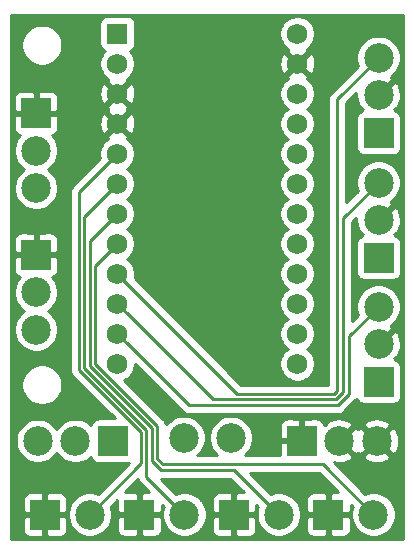
<source format=gbl>
G04 #@! TF.GenerationSoftware,KiCad,Pcbnew,(5.1.5-0-10_14)*
G04 #@! TF.CreationDate,2020-03-08T22:31:04+01:00*
G04 #@! TF.ProjectId,pro_micro_shield,70726f5f-6d69-4637-926f-5f736869656c,rev?*
G04 #@! TF.SameCoordinates,Original*
G04 #@! TF.FileFunction,Copper,L2,Bot*
G04 #@! TF.FilePolarity,Positive*
%FSLAX46Y46*%
G04 Gerber Fmt 4.6, Leading zero omitted, Abs format (unit mm)*
G04 Created by KiCad (PCBNEW (5.1.5-0-10_14)) date 2020-03-08 22:31:04*
%MOMM*%
%LPD*%
G04 APERTURE LIST*
%ADD10C,2.499360*%
%ADD11C,1.752600*%
%ADD12R,1.752600X1.752600*%
%ADD13R,2.499360X2.499360*%
%ADD14C,0.250000*%
%ADD15C,0.254000*%
G04 APERTURE END LIST*
D10*
X176500000Y-107250000D03*
X172500000Y-107250000D03*
D11*
X182120000Y-73030000D03*
X166880000Y-100970000D03*
X182120000Y-75570000D03*
X182120000Y-78110000D03*
X182120000Y-80650000D03*
X182120000Y-83190000D03*
X182120000Y-85730000D03*
X182120000Y-88270000D03*
X182120000Y-90810000D03*
X182120000Y-93350000D03*
X182120000Y-95890000D03*
X182120000Y-98430000D03*
X182120000Y-100970000D03*
X166880000Y-98430000D03*
X166880000Y-95890000D03*
X166880000Y-93350000D03*
X166880000Y-90810000D03*
X166880000Y-88270000D03*
X166880000Y-85730000D03*
X166880000Y-83190000D03*
X166880000Y-80650000D03*
X166880000Y-78110000D03*
X166880000Y-75570000D03*
D12*
X166880000Y-73030000D03*
D10*
X160150000Y-107500000D03*
X163325000Y-107500000D03*
D13*
X166500000Y-107500000D03*
D10*
X164560000Y-113750000D03*
D13*
X160750000Y-113750000D03*
D10*
X189000000Y-96150000D03*
X189000000Y-99325000D03*
D13*
X189000000Y-102500000D03*
D10*
X189000000Y-85650000D03*
X189000000Y-88825000D03*
D13*
X189000000Y-92000000D03*
D10*
X189000000Y-75075000D03*
X189000000Y-78250000D03*
D13*
X189000000Y-81425000D03*
D10*
X160000000Y-98100000D03*
X160000000Y-94925000D03*
D13*
X160000000Y-91750000D03*
D10*
X160000000Y-86100000D03*
X160000000Y-82925000D03*
D13*
X160000000Y-79750000D03*
D10*
X188560000Y-113750000D03*
D13*
X184750000Y-113750000D03*
D10*
X180560000Y-113750000D03*
D13*
X176750000Y-113750000D03*
D10*
X172560000Y-113750000D03*
D13*
X168750000Y-113750000D03*
D10*
X188850000Y-107500000D03*
X185675000Y-107500000D03*
D13*
X182500000Y-107500000D03*
D14*
X185500000Y-103250000D02*
X185250000Y-103500000D01*
X185500000Y-78575000D02*
X185500000Y-103250000D01*
X177030000Y-103500000D02*
X166880000Y-93350000D01*
X189000000Y-75075000D02*
X185500000Y-78575000D01*
X185250000Y-103500000D02*
X177030000Y-103500000D01*
X189000000Y-85650000D02*
X186000000Y-88650000D01*
X185386411Y-104000000D02*
X174990000Y-104000000D01*
X186000000Y-88650000D02*
X186000000Y-103386411D01*
X174990000Y-104000000D02*
X167756299Y-96766299D01*
X167756299Y-96766299D02*
X166880000Y-95890000D01*
X186000000Y-103386411D02*
X185386411Y-104000000D01*
X172950000Y-104500000D02*
X167756299Y-99306299D01*
X167756299Y-99306299D02*
X166880000Y-98430000D01*
X186500000Y-98650000D02*
X186500000Y-103522822D01*
X189000000Y-96150000D02*
X186500000Y-98650000D01*
X186500000Y-103522822D02*
X185522822Y-104500000D01*
X185522822Y-104500000D02*
X172950000Y-104500000D01*
X164099980Y-88510020D02*
X166880000Y-85730000D01*
X164099980Y-101349980D02*
X164099980Y-88510020D01*
X169349980Y-106599980D02*
X164099980Y-101349980D01*
X169349980Y-110539980D02*
X169349980Y-106599980D01*
X172560000Y-113750000D02*
X169349980Y-110539980D01*
X170563599Y-109950009D02*
X169799991Y-109186401D01*
X164549991Y-101163580D02*
X164549991Y-90600009D01*
X180560000Y-113750000D02*
X176760010Y-109950010D01*
X176760010Y-109950010D02*
X170563599Y-109950009D01*
X169799991Y-109186401D02*
X169799991Y-106413580D01*
X169799991Y-106413580D02*
X164549991Y-101163580D01*
X164549991Y-90600009D02*
X166003701Y-89146299D01*
X166003701Y-89146299D02*
X166880000Y-88270000D01*
X188560000Y-113750000D02*
X184309999Y-109499999D01*
X170250002Y-106227180D02*
X165000002Y-100977180D01*
X165000002Y-100977180D02*
X165000002Y-92689998D01*
X170749999Y-109499999D02*
X170250002Y-109000002D01*
X184309999Y-109499999D02*
X170749999Y-109499999D01*
X165000002Y-92689998D02*
X166003701Y-91686299D01*
X170250002Y-109000002D02*
X170250002Y-106227180D01*
X166003701Y-91686299D02*
X166880000Y-90810000D01*
X164560000Y-113750000D02*
X168899970Y-109410030D01*
X168899970Y-109410030D02*
X168899970Y-106786380D01*
X168899970Y-106786380D02*
X163649970Y-101536380D01*
X163649970Y-86420030D02*
X166880000Y-83190000D01*
X163649970Y-101536380D02*
X163649970Y-86420030D01*
D15*
G36*
X191090001Y-73217572D02*
G01*
X191090000Y-73217582D01*
X191090001Y-115467572D01*
X191090000Y-115467582D01*
X191090000Y-115840000D01*
X157910000Y-115840000D01*
X157910000Y-114999680D01*
X158862248Y-114999680D01*
X158874508Y-115124162D01*
X158910818Y-115243860D01*
X158969783Y-115354174D01*
X159049135Y-115450865D01*
X159145826Y-115530217D01*
X159256140Y-115589182D01*
X159375838Y-115625492D01*
X159500320Y-115637752D01*
X160464250Y-115634680D01*
X160623000Y-115475930D01*
X160623000Y-113877000D01*
X160877000Y-113877000D01*
X160877000Y-115475930D01*
X161035750Y-115634680D01*
X161999680Y-115637752D01*
X162124162Y-115625492D01*
X162243860Y-115589182D01*
X162354174Y-115530217D01*
X162450865Y-115450865D01*
X162530217Y-115354174D01*
X162589182Y-115243860D01*
X162625492Y-115124162D01*
X162637752Y-114999680D01*
X162634680Y-114035750D01*
X162475930Y-113877000D01*
X160877000Y-113877000D01*
X160623000Y-113877000D01*
X159024070Y-113877000D01*
X158865320Y-114035750D01*
X158862248Y-114999680D01*
X157910000Y-114999680D01*
X157910000Y-112500320D01*
X158862248Y-112500320D01*
X158865320Y-113464250D01*
X159024070Y-113623000D01*
X160623000Y-113623000D01*
X160623000Y-112024070D01*
X160877000Y-112024070D01*
X160877000Y-113623000D01*
X162475930Y-113623000D01*
X162634680Y-113464250D01*
X162637752Y-112500320D01*
X162625492Y-112375838D01*
X162589182Y-112256140D01*
X162530217Y-112145826D01*
X162450865Y-112049135D01*
X162354174Y-111969783D01*
X162243860Y-111910818D01*
X162124162Y-111874508D01*
X161999680Y-111862248D01*
X161035750Y-111865320D01*
X160877000Y-112024070D01*
X160623000Y-112024070D01*
X160464250Y-111865320D01*
X159500320Y-111862248D01*
X159375838Y-111874508D01*
X159256140Y-111910818D01*
X159145826Y-111969783D01*
X159049135Y-112049135D01*
X158969783Y-112145826D01*
X158910818Y-112256140D01*
X158874508Y-112375838D01*
X158862248Y-112500320D01*
X157910000Y-112500320D01*
X157910000Y-107314375D01*
X158265320Y-107314375D01*
X158265320Y-107685625D01*
X158337747Y-108049741D01*
X158479818Y-108392731D01*
X158686074Y-108701413D01*
X158948587Y-108963926D01*
X159257269Y-109170182D01*
X159600259Y-109312253D01*
X159964375Y-109384680D01*
X160335625Y-109384680D01*
X160699741Y-109312253D01*
X161042731Y-109170182D01*
X161351413Y-108963926D01*
X161613926Y-108701413D01*
X161737500Y-108516473D01*
X161861074Y-108701413D01*
X162123587Y-108963926D01*
X162432269Y-109170182D01*
X162775259Y-109312253D01*
X163139375Y-109384680D01*
X163510625Y-109384680D01*
X163874741Y-109312253D01*
X164217731Y-109170182D01*
X164526413Y-108963926D01*
X164623761Y-108866578D01*
X164624508Y-108874162D01*
X164660818Y-108993860D01*
X164719783Y-109104174D01*
X164799135Y-109200865D01*
X164895826Y-109280217D01*
X165006140Y-109339182D01*
X165125838Y-109375492D01*
X165250320Y-109387752D01*
X167749680Y-109387752D01*
X167858126Y-109377071D01*
X165242472Y-111992726D01*
X165109741Y-111937747D01*
X164745625Y-111865320D01*
X164374375Y-111865320D01*
X164010259Y-111937747D01*
X163667269Y-112079818D01*
X163358587Y-112286074D01*
X163096074Y-112548587D01*
X162889818Y-112857269D01*
X162747747Y-113200259D01*
X162675320Y-113564375D01*
X162675320Y-113935625D01*
X162747747Y-114299741D01*
X162889818Y-114642731D01*
X163096074Y-114951413D01*
X163358587Y-115213926D01*
X163667269Y-115420182D01*
X164010259Y-115562253D01*
X164374375Y-115634680D01*
X164745625Y-115634680D01*
X165109741Y-115562253D01*
X165452731Y-115420182D01*
X165761413Y-115213926D01*
X165975659Y-114999680D01*
X166862248Y-114999680D01*
X166874508Y-115124162D01*
X166910818Y-115243860D01*
X166969783Y-115354174D01*
X167049135Y-115450865D01*
X167145826Y-115530217D01*
X167256140Y-115589182D01*
X167375838Y-115625492D01*
X167500320Y-115637752D01*
X168464250Y-115634680D01*
X168623000Y-115475930D01*
X168623000Y-113877000D01*
X168877000Y-113877000D01*
X168877000Y-115475930D01*
X169035750Y-115634680D01*
X169999680Y-115637752D01*
X170124162Y-115625492D01*
X170243860Y-115589182D01*
X170354174Y-115530217D01*
X170450865Y-115450865D01*
X170530217Y-115354174D01*
X170589182Y-115243860D01*
X170625492Y-115124162D01*
X170637752Y-114999680D01*
X170634680Y-114035750D01*
X170475930Y-113877000D01*
X168877000Y-113877000D01*
X168623000Y-113877000D01*
X167024070Y-113877000D01*
X166865320Y-114035750D01*
X166862248Y-114999680D01*
X165975659Y-114999680D01*
X166023926Y-114951413D01*
X166230182Y-114642731D01*
X166372253Y-114299741D01*
X166444680Y-113935625D01*
X166444680Y-113564375D01*
X166372253Y-113200259D01*
X166317274Y-113067528D01*
X166862319Y-112522483D01*
X166865320Y-113464250D01*
X167024070Y-113623000D01*
X168623000Y-113623000D01*
X168623000Y-112024070D01*
X168464250Y-111865320D01*
X167522483Y-111862319D01*
X168623055Y-110761747D01*
X168644434Y-110832226D01*
X168715006Y-110964256D01*
X168754851Y-111012806D01*
X168809979Y-111079981D01*
X168838983Y-111103784D01*
X169598725Y-111863526D01*
X169035750Y-111865320D01*
X168877000Y-112024070D01*
X168877000Y-113623000D01*
X170475930Y-113623000D01*
X170634680Y-113464250D01*
X170636474Y-112901276D01*
X170802726Y-113067528D01*
X170747747Y-113200259D01*
X170675320Y-113564375D01*
X170675320Y-113935625D01*
X170747747Y-114299741D01*
X170889818Y-114642731D01*
X171096074Y-114951413D01*
X171358587Y-115213926D01*
X171667269Y-115420182D01*
X172010259Y-115562253D01*
X172374375Y-115634680D01*
X172745625Y-115634680D01*
X173109741Y-115562253D01*
X173452731Y-115420182D01*
X173761413Y-115213926D01*
X173975659Y-114999680D01*
X174862248Y-114999680D01*
X174874508Y-115124162D01*
X174910818Y-115243860D01*
X174969783Y-115354174D01*
X175049135Y-115450865D01*
X175145826Y-115530217D01*
X175256140Y-115589182D01*
X175375838Y-115625492D01*
X175500320Y-115637752D01*
X176464250Y-115634680D01*
X176623000Y-115475930D01*
X176623000Y-113877000D01*
X176877000Y-113877000D01*
X176877000Y-115475930D01*
X177035750Y-115634680D01*
X177999680Y-115637752D01*
X178124162Y-115625492D01*
X178243860Y-115589182D01*
X178354174Y-115530217D01*
X178450865Y-115450865D01*
X178530217Y-115354174D01*
X178589182Y-115243860D01*
X178625492Y-115124162D01*
X178637752Y-114999680D01*
X178634680Y-114035750D01*
X178475930Y-113877000D01*
X176877000Y-113877000D01*
X176623000Y-113877000D01*
X175024070Y-113877000D01*
X174865320Y-114035750D01*
X174862248Y-114999680D01*
X173975659Y-114999680D01*
X174023926Y-114951413D01*
X174230182Y-114642731D01*
X174372253Y-114299741D01*
X174444680Y-113935625D01*
X174444680Y-113564375D01*
X174372253Y-113200259D01*
X174230182Y-112857269D01*
X174023926Y-112548587D01*
X173975659Y-112500320D01*
X174862248Y-112500320D01*
X174865320Y-113464250D01*
X175024070Y-113623000D01*
X176623000Y-113623000D01*
X176623000Y-112024070D01*
X176464250Y-111865320D01*
X175500320Y-111862248D01*
X175375838Y-111874508D01*
X175256140Y-111910818D01*
X175145826Y-111969783D01*
X175049135Y-112049135D01*
X174969783Y-112145826D01*
X174910818Y-112256140D01*
X174874508Y-112375838D01*
X174862248Y-112500320D01*
X173975659Y-112500320D01*
X173761413Y-112286074D01*
X173452731Y-112079818D01*
X173109741Y-111937747D01*
X172745625Y-111865320D01*
X172374375Y-111865320D01*
X172010259Y-111937747D01*
X171877528Y-111992726D01*
X170595358Y-110710557D01*
X170600934Y-110710008D01*
X176445209Y-110710010D01*
X177598724Y-111863526D01*
X177035750Y-111865320D01*
X176877000Y-112024070D01*
X176877000Y-113623000D01*
X178475930Y-113623000D01*
X178634680Y-113464250D01*
X178636474Y-112901276D01*
X178802726Y-113067528D01*
X178747747Y-113200259D01*
X178675320Y-113564375D01*
X178675320Y-113935625D01*
X178747747Y-114299741D01*
X178889818Y-114642731D01*
X179096074Y-114951413D01*
X179358587Y-115213926D01*
X179667269Y-115420182D01*
X180010259Y-115562253D01*
X180374375Y-115634680D01*
X180745625Y-115634680D01*
X181109741Y-115562253D01*
X181452731Y-115420182D01*
X181761413Y-115213926D01*
X181975659Y-114999680D01*
X182862248Y-114999680D01*
X182874508Y-115124162D01*
X182910818Y-115243860D01*
X182969783Y-115354174D01*
X183049135Y-115450865D01*
X183145826Y-115530217D01*
X183256140Y-115589182D01*
X183375838Y-115625492D01*
X183500320Y-115637752D01*
X184464250Y-115634680D01*
X184623000Y-115475930D01*
X184623000Y-113877000D01*
X184877000Y-113877000D01*
X184877000Y-115475930D01*
X185035750Y-115634680D01*
X185999680Y-115637752D01*
X186124162Y-115625492D01*
X186243860Y-115589182D01*
X186354174Y-115530217D01*
X186450865Y-115450865D01*
X186530217Y-115354174D01*
X186589182Y-115243860D01*
X186625492Y-115124162D01*
X186637752Y-114999680D01*
X186634680Y-114035750D01*
X186475930Y-113877000D01*
X184877000Y-113877000D01*
X184623000Y-113877000D01*
X183024070Y-113877000D01*
X182865320Y-114035750D01*
X182862248Y-114999680D01*
X181975659Y-114999680D01*
X182023926Y-114951413D01*
X182230182Y-114642731D01*
X182372253Y-114299741D01*
X182444680Y-113935625D01*
X182444680Y-113564375D01*
X182372253Y-113200259D01*
X182230182Y-112857269D01*
X182023926Y-112548587D01*
X181975659Y-112500320D01*
X182862248Y-112500320D01*
X182865320Y-113464250D01*
X183024070Y-113623000D01*
X184623000Y-113623000D01*
X184623000Y-112024070D01*
X184464250Y-111865320D01*
X183500320Y-111862248D01*
X183375838Y-111874508D01*
X183256140Y-111910818D01*
X183145826Y-111969783D01*
X183049135Y-112049135D01*
X182969783Y-112145826D01*
X182910818Y-112256140D01*
X182874508Y-112375838D01*
X182862248Y-112500320D01*
X181975659Y-112500320D01*
X181761413Y-112286074D01*
X181452731Y-112079818D01*
X181109741Y-111937747D01*
X180745625Y-111865320D01*
X180374375Y-111865320D01*
X180010259Y-111937747D01*
X179877528Y-111992726D01*
X178144800Y-110259999D01*
X183995198Y-110259999D01*
X185598724Y-111863526D01*
X185035750Y-111865320D01*
X184877000Y-112024070D01*
X184877000Y-113623000D01*
X186475930Y-113623000D01*
X186634680Y-113464250D01*
X186636474Y-112901276D01*
X186802726Y-113067528D01*
X186747747Y-113200259D01*
X186675320Y-113564375D01*
X186675320Y-113935625D01*
X186747747Y-114299741D01*
X186889818Y-114642731D01*
X187096074Y-114951413D01*
X187358587Y-115213926D01*
X187667269Y-115420182D01*
X188010259Y-115562253D01*
X188374375Y-115634680D01*
X188745625Y-115634680D01*
X189109741Y-115562253D01*
X189452731Y-115420182D01*
X189761413Y-115213926D01*
X190023926Y-114951413D01*
X190230182Y-114642731D01*
X190372253Y-114299741D01*
X190444680Y-113935625D01*
X190444680Y-113564375D01*
X190372253Y-113200259D01*
X190230182Y-112857269D01*
X190023926Y-112548587D01*
X189761413Y-112286074D01*
X189452731Y-112079818D01*
X189109741Y-111937747D01*
X188745625Y-111865320D01*
X188374375Y-111865320D01*
X188010259Y-111937747D01*
X187877528Y-111992726D01*
X185212080Y-109327279D01*
X185357387Y-109366975D01*
X185727719Y-109393065D01*
X186096025Y-109346405D01*
X186448151Y-109228789D01*
X186682896Y-109103315D01*
X186808771Y-108813377D01*
X187716229Y-108813377D01*
X187842104Y-109103315D01*
X188174262Y-109269139D01*
X188532387Y-109366975D01*
X188902719Y-109393065D01*
X189271025Y-109346405D01*
X189623151Y-109228789D01*
X189857896Y-109103315D01*
X189983771Y-108813377D01*
X188850000Y-107679605D01*
X187716229Y-108813377D01*
X186808771Y-108813377D01*
X185675000Y-107679605D01*
X185660858Y-107693748D01*
X185481252Y-107514142D01*
X185495395Y-107500000D01*
X185854605Y-107500000D01*
X186988377Y-108633771D01*
X187262500Y-108514762D01*
X187536623Y-108633771D01*
X188670395Y-107500000D01*
X189029605Y-107500000D01*
X190163377Y-108633771D01*
X190453315Y-108507896D01*
X190619139Y-108175738D01*
X190716975Y-107817613D01*
X190743065Y-107447281D01*
X190696405Y-107078975D01*
X190578789Y-106726849D01*
X190453315Y-106492104D01*
X190163377Y-106366229D01*
X189029605Y-107500000D01*
X188670395Y-107500000D01*
X187536623Y-106366229D01*
X187262500Y-106485238D01*
X186988377Y-106366229D01*
X185854605Y-107500000D01*
X185495395Y-107500000D01*
X185481252Y-107485858D01*
X185660858Y-107306252D01*
X185675000Y-107320395D01*
X186808771Y-106186623D01*
X187716229Y-106186623D01*
X188850000Y-107320395D01*
X189983771Y-106186623D01*
X189857896Y-105896685D01*
X189525738Y-105730861D01*
X189167613Y-105633025D01*
X188797281Y-105606935D01*
X188428975Y-105653595D01*
X188076849Y-105771211D01*
X187842104Y-105896685D01*
X187716229Y-106186623D01*
X186808771Y-106186623D01*
X186682896Y-105896685D01*
X186350738Y-105730861D01*
X185992613Y-105633025D01*
X185622281Y-105606935D01*
X185253975Y-105653595D01*
X184901849Y-105771211D01*
X184667104Y-105896685D01*
X184541230Y-106186622D01*
X184426120Y-106071512D01*
X184374631Y-106123001D01*
X184339182Y-106006140D01*
X184280217Y-105895826D01*
X184200865Y-105799135D01*
X184104174Y-105719783D01*
X183993860Y-105660818D01*
X183874162Y-105624508D01*
X183749680Y-105612248D01*
X182785750Y-105615320D01*
X182627000Y-105774070D01*
X182627000Y-107373000D01*
X182647000Y-107373000D01*
X182647000Y-107627000D01*
X182627000Y-107627000D01*
X182627000Y-107647000D01*
X182373000Y-107647000D01*
X182373000Y-107627000D01*
X180774070Y-107627000D01*
X180615320Y-107785750D01*
X180612279Y-108739999D01*
X177662392Y-108739999D01*
X177701413Y-108713926D01*
X177963926Y-108451413D01*
X178170182Y-108142731D01*
X178312253Y-107799741D01*
X178384680Y-107435625D01*
X178384680Y-107064375D01*
X178312253Y-106700259D01*
X178170182Y-106357269D01*
X178098721Y-106250320D01*
X180612248Y-106250320D01*
X180615320Y-107214250D01*
X180774070Y-107373000D01*
X182373000Y-107373000D01*
X182373000Y-105774070D01*
X182214250Y-105615320D01*
X181250320Y-105612248D01*
X181125838Y-105624508D01*
X181006140Y-105660818D01*
X180895826Y-105719783D01*
X180799135Y-105799135D01*
X180719783Y-105895826D01*
X180660818Y-106006140D01*
X180624508Y-106125838D01*
X180612248Y-106250320D01*
X178098721Y-106250320D01*
X177963926Y-106048587D01*
X177701413Y-105786074D01*
X177392731Y-105579818D01*
X177049741Y-105437747D01*
X176685625Y-105365320D01*
X176314375Y-105365320D01*
X175950259Y-105437747D01*
X175607269Y-105579818D01*
X175298587Y-105786074D01*
X175036074Y-106048587D01*
X174829818Y-106357269D01*
X174687747Y-106700259D01*
X174615320Y-107064375D01*
X174615320Y-107435625D01*
X174687747Y-107799741D01*
X174829818Y-108142731D01*
X175036074Y-108451413D01*
X175298587Y-108713926D01*
X175337608Y-108739999D01*
X173662392Y-108739999D01*
X173701413Y-108713926D01*
X173963926Y-108451413D01*
X174170182Y-108142731D01*
X174312253Y-107799741D01*
X174384680Y-107435625D01*
X174384680Y-107064375D01*
X174312253Y-106700259D01*
X174170182Y-106357269D01*
X173963926Y-106048587D01*
X173701413Y-105786074D01*
X173392731Y-105579818D01*
X173049741Y-105437747D01*
X172685625Y-105365320D01*
X172314375Y-105365320D01*
X171950259Y-105437747D01*
X171607269Y-105579818D01*
X171298587Y-105786074D01*
X171036074Y-106048587D01*
X171001226Y-106100741D01*
X170999005Y-106078194D01*
X170955548Y-105934933D01*
X170884976Y-105802904D01*
X170790003Y-105687179D01*
X170761005Y-105663381D01*
X167462262Y-102364639D01*
X167595869Y-102309297D01*
X167843398Y-102143904D01*
X168053904Y-101933398D01*
X168219297Y-101685869D01*
X168333222Y-101410830D01*
X168391300Y-101118850D01*
X168391300Y-101016101D01*
X172386205Y-105011008D01*
X172409999Y-105040001D01*
X172438992Y-105063795D01*
X172438996Y-105063799D01*
X172509685Y-105121811D01*
X172525724Y-105134974D01*
X172657753Y-105205546D01*
X172801014Y-105249003D01*
X172912667Y-105260000D01*
X172912676Y-105260000D01*
X172949999Y-105263676D01*
X172987322Y-105260000D01*
X185485500Y-105260000D01*
X185522822Y-105263676D01*
X185560144Y-105260000D01*
X185560155Y-105260000D01*
X185671808Y-105249003D01*
X185815069Y-105205546D01*
X185947098Y-105134974D01*
X186062823Y-105040001D01*
X186086625Y-105010998D01*
X187011008Y-104086617D01*
X187040001Y-104062823D01*
X187063795Y-104033830D01*
X187063799Y-104033826D01*
X187134973Y-103947099D01*
X187142412Y-103933182D01*
X187160818Y-103993860D01*
X187219783Y-104104174D01*
X187299135Y-104200865D01*
X187395826Y-104280217D01*
X187506140Y-104339182D01*
X187625838Y-104375492D01*
X187750320Y-104387752D01*
X190249680Y-104387752D01*
X190374162Y-104375492D01*
X190493860Y-104339182D01*
X190604174Y-104280217D01*
X190700865Y-104200865D01*
X190780217Y-104104174D01*
X190839182Y-103993860D01*
X190875492Y-103874162D01*
X190887752Y-103749680D01*
X190887752Y-101250320D01*
X190875492Y-101125838D01*
X190839182Y-101006140D01*
X190780217Y-100895826D01*
X190700865Y-100799135D01*
X190604174Y-100719783D01*
X190493860Y-100660818D01*
X190376999Y-100625369D01*
X190428488Y-100573880D01*
X190313378Y-100458770D01*
X190603315Y-100332896D01*
X190769139Y-100000738D01*
X190866975Y-99642613D01*
X190893065Y-99272281D01*
X190846405Y-98903975D01*
X190728789Y-98551849D01*
X190603315Y-98317104D01*
X190313377Y-98191229D01*
X189179605Y-99325000D01*
X189193748Y-99339142D01*
X189014142Y-99518748D01*
X189000000Y-99504605D01*
X188985858Y-99518748D01*
X188806252Y-99339142D01*
X188820395Y-99325000D01*
X188806252Y-99310858D01*
X188985858Y-99131252D01*
X189000000Y-99145395D01*
X190133771Y-98011623D01*
X190015147Y-97738386D01*
X190201413Y-97613926D01*
X190463926Y-97351413D01*
X190670182Y-97042731D01*
X190812253Y-96699741D01*
X190884680Y-96335625D01*
X190884680Y-95964375D01*
X190812253Y-95600259D01*
X190670182Y-95257269D01*
X190463926Y-94948587D01*
X190201413Y-94686074D01*
X189892731Y-94479818D01*
X189549741Y-94337747D01*
X189185625Y-94265320D01*
X188814375Y-94265320D01*
X188450259Y-94337747D01*
X188107269Y-94479818D01*
X187798587Y-94686074D01*
X187536074Y-94948587D01*
X187329818Y-95257269D01*
X187187747Y-95600259D01*
X187115320Y-95964375D01*
X187115320Y-96335625D01*
X187187747Y-96699741D01*
X187242726Y-96832472D01*
X186760000Y-97315199D01*
X186760000Y-88964801D01*
X187126629Y-88598172D01*
X187106935Y-88877719D01*
X187153595Y-89246025D01*
X187271211Y-89598151D01*
X187396685Y-89832896D01*
X187686622Y-89958770D01*
X187571512Y-90073880D01*
X187623001Y-90125369D01*
X187506140Y-90160818D01*
X187395826Y-90219783D01*
X187299135Y-90299135D01*
X187219783Y-90395826D01*
X187160818Y-90506140D01*
X187124508Y-90625838D01*
X187112248Y-90750320D01*
X187112248Y-93249680D01*
X187124508Y-93374162D01*
X187160818Y-93493860D01*
X187219783Y-93604174D01*
X187299135Y-93700865D01*
X187395826Y-93780217D01*
X187506140Y-93839182D01*
X187625838Y-93875492D01*
X187750320Y-93887752D01*
X190249680Y-93887752D01*
X190374162Y-93875492D01*
X190493860Y-93839182D01*
X190604174Y-93780217D01*
X190700865Y-93700865D01*
X190780217Y-93604174D01*
X190839182Y-93493860D01*
X190875492Y-93374162D01*
X190887752Y-93249680D01*
X190887752Y-90750320D01*
X190875492Y-90625838D01*
X190839182Y-90506140D01*
X190780217Y-90395826D01*
X190700865Y-90299135D01*
X190604174Y-90219783D01*
X190493860Y-90160818D01*
X190376999Y-90125369D01*
X190428488Y-90073880D01*
X190313378Y-89958770D01*
X190603315Y-89832896D01*
X190769139Y-89500738D01*
X190866975Y-89142613D01*
X190893065Y-88772281D01*
X190846405Y-88403975D01*
X190728789Y-88051849D01*
X190603315Y-87817104D01*
X190313377Y-87691229D01*
X189179605Y-88825000D01*
X189193748Y-88839142D01*
X189014142Y-89018748D01*
X189000000Y-89004605D01*
X188985858Y-89018748D01*
X188806252Y-88839142D01*
X188820395Y-88825000D01*
X188806252Y-88810858D01*
X188985858Y-88631252D01*
X189000000Y-88645395D01*
X190133771Y-87511623D01*
X190015147Y-87238386D01*
X190201413Y-87113926D01*
X190463926Y-86851413D01*
X190670182Y-86542731D01*
X190812253Y-86199741D01*
X190884680Y-85835625D01*
X190884680Y-85464375D01*
X190812253Y-85100259D01*
X190670182Y-84757269D01*
X190463926Y-84448587D01*
X190201413Y-84186074D01*
X189892731Y-83979818D01*
X189549741Y-83837747D01*
X189185625Y-83765320D01*
X188814375Y-83765320D01*
X188450259Y-83837747D01*
X188107269Y-83979818D01*
X187798587Y-84186074D01*
X187536074Y-84448587D01*
X187329818Y-84757269D01*
X187187747Y-85100259D01*
X187115320Y-85464375D01*
X187115320Y-85835625D01*
X187187747Y-86199741D01*
X187242726Y-86332472D01*
X186260000Y-87315199D01*
X186260000Y-78889801D01*
X187126629Y-78023172D01*
X187106935Y-78302719D01*
X187153595Y-78671025D01*
X187271211Y-79023151D01*
X187396685Y-79257896D01*
X187686622Y-79383770D01*
X187571512Y-79498880D01*
X187623001Y-79550369D01*
X187506140Y-79585818D01*
X187395826Y-79644783D01*
X187299135Y-79724135D01*
X187219783Y-79820826D01*
X187160818Y-79931140D01*
X187124508Y-80050838D01*
X187112248Y-80175320D01*
X187112248Y-82674680D01*
X187124508Y-82799162D01*
X187160818Y-82918860D01*
X187219783Y-83029174D01*
X187299135Y-83125865D01*
X187395826Y-83205217D01*
X187506140Y-83264182D01*
X187625838Y-83300492D01*
X187750320Y-83312752D01*
X190249680Y-83312752D01*
X190374162Y-83300492D01*
X190493860Y-83264182D01*
X190604174Y-83205217D01*
X190700865Y-83125865D01*
X190780217Y-83029174D01*
X190839182Y-82918860D01*
X190875492Y-82799162D01*
X190887752Y-82674680D01*
X190887752Y-80175320D01*
X190875492Y-80050838D01*
X190839182Y-79931140D01*
X190780217Y-79820826D01*
X190700865Y-79724135D01*
X190604174Y-79644783D01*
X190493860Y-79585818D01*
X190376999Y-79550369D01*
X190428488Y-79498880D01*
X190313378Y-79383770D01*
X190603315Y-79257896D01*
X190769139Y-78925738D01*
X190866975Y-78567613D01*
X190893065Y-78197281D01*
X190846405Y-77828975D01*
X190728789Y-77476849D01*
X190603315Y-77242104D01*
X190313377Y-77116229D01*
X189179605Y-78250000D01*
X189193748Y-78264142D01*
X189014142Y-78443748D01*
X189000000Y-78429605D01*
X188985858Y-78443748D01*
X188806252Y-78264142D01*
X188820395Y-78250000D01*
X188806252Y-78235858D01*
X188985858Y-78056252D01*
X189000000Y-78070395D01*
X190133771Y-76936623D01*
X190015147Y-76663386D01*
X190201413Y-76538926D01*
X190463926Y-76276413D01*
X190670182Y-75967731D01*
X190812253Y-75624741D01*
X190884680Y-75260625D01*
X190884680Y-74889375D01*
X190812253Y-74525259D01*
X190670182Y-74182269D01*
X190463926Y-73873587D01*
X190201413Y-73611074D01*
X189892731Y-73404818D01*
X189549741Y-73262747D01*
X189185625Y-73190320D01*
X188814375Y-73190320D01*
X188450259Y-73262747D01*
X188107269Y-73404818D01*
X187798587Y-73611074D01*
X187536074Y-73873587D01*
X187329818Y-74182269D01*
X187187747Y-74525259D01*
X187115320Y-74889375D01*
X187115320Y-75260625D01*
X187187747Y-75624741D01*
X187242726Y-75757472D01*
X184989003Y-78011196D01*
X184959999Y-78034999D01*
X184930951Y-78070395D01*
X184865026Y-78150724D01*
X184850719Y-78177491D01*
X184794454Y-78282754D01*
X184750997Y-78426015D01*
X184740000Y-78537668D01*
X184740000Y-78537678D01*
X184736324Y-78575000D01*
X184740000Y-78612322D01*
X184740001Y-102740000D01*
X177344802Y-102740000D01*
X168343576Y-93738775D01*
X168391300Y-93498850D01*
X168391300Y-93201150D01*
X168333222Y-92909170D01*
X168219297Y-92634131D01*
X168053904Y-92386602D01*
X167843398Y-92176096D01*
X167699580Y-92080000D01*
X167843398Y-91983904D01*
X168053904Y-91773398D01*
X168219297Y-91525869D01*
X168333222Y-91250830D01*
X168391300Y-90958850D01*
X168391300Y-90661150D01*
X168333222Y-90369170D01*
X168219297Y-90094131D01*
X168053904Y-89846602D01*
X167843398Y-89636096D01*
X167699580Y-89540000D01*
X167843398Y-89443904D01*
X168053904Y-89233398D01*
X168219297Y-88985869D01*
X168333222Y-88710830D01*
X168391300Y-88418850D01*
X168391300Y-88121150D01*
X168333222Y-87829170D01*
X168219297Y-87554131D01*
X168053904Y-87306602D01*
X167843398Y-87096096D01*
X167699580Y-87000000D01*
X167843398Y-86903904D01*
X168053904Y-86693398D01*
X168219297Y-86445869D01*
X168333222Y-86170830D01*
X168391300Y-85878850D01*
X168391300Y-85581150D01*
X168333222Y-85289170D01*
X168219297Y-85014131D01*
X168053904Y-84766602D01*
X167843398Y-84556096D01*
X167699580Y-84460000D01*
X167843398Y-84363904D01*
X168053904Y-84153398D01*
X168219297Y-83905869D01*
X168333222Y-83630830D01*
X168391300Y-83338850D01*
X168391300Y-83041150D01*
X168333222Y-82749170D01*
X168219297Y-82474131D01*
X168053904Y-82226602D01*
X167843398Y-82016096D01*
X167680191Y-81907045D01*
X167747563Y-81697169D01*
X166880000Y-80829605D01*
X166012437Y-81697169D01*
X166079809Y-81907045D01*
X165916602Y-82016096D01*
X165706096Y-82226602D01*
X165540703Y-82474131D01*
X165426778Y-82749170D01*
X165368700Y-83041150D01*
X165368700Y-83338850D01*
X165416424Y-83578775D01*
X163138968Y-85856231D01*
X163109970Y-85880029D01*
X163086172Y-85909027D01*
X163086171Y-85909028D01*
X163014996Y-85995754D01*
X162944424Y-86127784D01*
X162900968Y-86271045D01*
X162886294Y-86420030D01*
X162889971Y-86457363D01*
X162889970Y-101499058D01*
X162886294Y-101536380D01*
X162889970Y-101573702D01*
X162889970Y-101573712D01*
X162900967Y-101685365D01*
X162935302Y-101798554D01*
X162944424Y-101828626D01*
X163014996Y-101960656D01*
X163034937Y-101984954D01*
X163109969Y-102076381D01*
X163138973Y-102100184D01*
X166651036Y-105612248D01*
X165250320Y-105612248D01*
X165125838Y-105624508D01*
X165006140Y-105660818D01*
X164895826Y-105719783D01*
X164799135Y-105799135D01*
X164719783Y-105895826D01*
X164660818Y-106006140D01*
X164624508Y-106125838D01*
X164623761Y-106133422D01*
X164526413Y-106036074D01*
X164217731Y-105829818D01*
X163874741Y-105687747D01*
X163510625Y-105615320D01*
X163139375Y-105615320D01*
X162775259Y-105687747D01*
X162432269Y-105829818D01*
X162123587Y-106036074D01*
X161861074Y-106298587D01*
X161737500Y-106483527D01*
X161613926Y-106298587D01*
X161351413Y-106036074D01*
X161042731Y-105829818D01*
X160699741Y-105687747D01*
X160335625Y-105615320D01*
X159964375Y-105615320D01*
X159600259Y-105687747D01*
X159257269Y-105829818D01*
X158948587Y-106036074D01*
X158686074Y-106298587D01*
X158479818Y-106607269D01*
X158337747Y-106950259D01*
X158265320Y-107314375D01*
X157910000Y-107314375D01*
X157910000Y-102579117D01*
X158765000Y-102579117D01*
X158765000Y-102920883D01*
X158831675Y-103256081D01*
X158962463Y-103571831D01*
X159152337Y-103855998D01*
X159394002Y-104097663D01*
X159678169Y-104287537D01*
X159993919Y-104418325D01*
X160329117Y-104485000D01*
X160670883Y-104485000D01*
X161006081Y-104418325D01*
X161321831Y-104287537D01*
X161605998Y-104097663D01*
X161847663Y-103855998D01*
X162037537Y-103571831D01*
X162168325Y-103256081D01*
X162235000Y-102920883D01*
X162235000Y-102579117D01*
X162168325Y-102243919D01*
X162037537Y-101928169D01*
X161847663Y-101644002D01*
X161605998Y-101402337D01*
X161321831Y-101212463D01*
X161006081Y-101081675D01*
X160670883Y-101015000D01*
X160329117Y-101015000D01*
X159993919Y-101081675D01*
X159678169Y-101212463D01*
X159394002Y-101402337D01*
X159152337Y-101644002D01*
X158962463Y-101928169D01*
X158831675Y-102243919D01*
X158765000Y-102579117D01*
X157910000Y-102579117D01*
X157910000Y-92999680D01*
X158112248Y-92999680D01*
X158124508Y-93124162D01*
X158160818Y-93243860D01*
X158219783Y-93354174D01*
X158299135Y-93450865D01*
X158395826Y-93530217D01*
X158506140Y-93589182D01*
X158625838Y-93625492D01*
X158633422Y-93626239D01*
X158536074Y-93723587D01*
X158329818Y-94032269D01*
X158187747Y-94375259D01*
X158115320Y-94739375D01*
X158115320Y-95110625D01*
X158187747Y-95474741D01*
X158329818Y-95817731D01*
X158536074Y-96126413D01*
X158798587Y-96388926D01*
X158983527Y-96512500D01*
X158798587Y-96636074D01*
X158536074Y-96898587D01*
X158329818Y-97207269D01*
X158187747Y-97550259D01*
X158115320Y-97914375D01*
X158115320Y-98285625D01*
X158187747Y-98649741D01*
X158329818Y-98992731D01*
X158536074Y-99301413D01*
X158798587Y-99563926D01*
X159107269Y-99770182D01*
X159450259Y-99912253D01*
X159814375Y-99984680D01*
X160185625Y-99984680D01*
X160549741Y-99912253D01*
X160892731Y-99770182D01*
X161201413Y-99563926D01*
X161463926Y-99301413D01*
X161670182Y-98992731D01*
X161812253Y-98649741D01*
X161884680Y-98285625D01*
X161884680Y-97914375D01*
X161812253Y-97550259D01*
X161670182Y-97207269D01*
X161463926Y-96898587D01*
X161201413Y-96636074D01*
X161016473Y-96512500D01*
X161201413Y-96388926D01*
X161463926Y-96126413D01*
X161670182Y-95817731D01*
X161812253Y-95474741D01*
X161884680Y-95110625D01*
X161884680Y-94739375D01*
X161812253Y-94375259D01*
X161670182Y-94032269D01*
X161463926Y-93723587D01*
X161366578Y-93626239D01*
X161374162Y-93625492D01*
X161493860Y-93589182D01*
X161604174Y-93530217D01*
X161700865Y-93450865D01*
X161780217Y-93354174D01*
X161839182Y-93243860D01*
X161875492Y-93124162D01*
X161887752Y-92999680D01*
X161884680Y-92035750D01*
X161725930Y-91877000D01*
X160127000Y-91877000D01*
X160127000Y-91897000D01*
X159873000Y-91897000D01*
X159873000Y-91877000D01*
X158274070Y-91877000D01*
X158115320Y-92035750D01*
X158112248Y-92999680D01*
X157910000Y-92999680D01*
X157910000Y-90500320D01*
X158112248Y-90500320D01*
X158115320Y-91464250D01*
X158274070Y-91623000D01*
X159873000Y-91623000D01*
X159873000Y-90024070D01*
X160127000Y-90024070D01*
X160127000Y-91623000D01*
X161725930Y-91623000D01*
X161884680Y-91464250D01*
X161887752Y-90500320D01*
X161875492Y-90375838D01*
X161839182Y-90256140D01*
X161780217Y-90145826D01*
X161700865Y-90049135D01*
X161604174Y-89969783D01*
X161493860Y-89910818D01*
X161374162Y-89874508D01*
X161249680Y-89862248D01*
X160285750Y-89865320D01*
X160127000Y-90024070D01*
X159873000Y-90024070D01*
X159714250Y-89865320D01*
X158750320Y-89862248D01*
X158625838Y-89874508D01*
X158506140Y-89910818D01*
X158395826Y-89969783D01*
X158299135Y-90049135D01*
X158219783Y-90145826D01*
X158160818Y-90256140D01*
X158124508Y-90375838D01*
X158112248Y-90500320D01*
X157910000Y-90500320D01*
X157910000Y-80999680D01*
X158112248Y-80999680D01*
X158124508Y-81124162D01*
X158160818Y-81243860D01*
X158219783Y-81354174D01*
X158299135Y-81450865D01*
X158395826Y-81530217D01*
X158506140Y-81589182D01*
X158625838Y-81625492D01*
X158633422Y-81626239D01*
X158536074Y-81723587D01*
X158329818Y-82032269D01*
X158187747Y-82375259D01*
X158115320Y-82739375D01*
X158115320Y-83110625D01*
X158187747Y-83474741D01*
X158329818Y-83817731D01*
X158536074Y-84126413D01*
X158798587Y-84388926D01*
X158983527Y-84512500D01*
X158798587Y-84636074D01*
X158536074Y-84898587D01*
X158329818Y-85207269D01*
X158187747Y-85550259D01*
X158115320Y-85914375D01*
X158115320Y-86285625D01*
X158187747Y-86649741D01*
X158329818Y-86992731D01*
X158536074Y-87301413D01*
X158798587Y-87563926D01*
X159107269Y-87770182D01*
X159450259Y-87912253D01*
X159814375Y-87984680D01*
X160185625Y-87984680D01*
X160549741Y-87912253D01*
X160892731Y-87770182D01*
X161201413Y-87563926D01*
X161463926Y-87301413D01*
X161670182Y-86992731D01*
X161812253Y-86649741D01*
X161884680Y-86285625D01*
X161884680Y-85914375D01*
X161812253Y-85550259D01*
X161670182Y-85207269D01*
X161463926Y-84898587D01*
X161201413Y-84636074D01*
X161016473Y-84512500D01*
X161201413Y-84388926D01*
X161463926Y-84126413D01*
X161670182Y-83817731D01*
X161812253Y-83474741D01*
X161884680Y-83110625D01*
X161884680Y-82739375D01*
X161812253Y-82375259D01*
X161670182Y-82032269D01*
X161463926Y-81723587D01*
X161366578Y-81626239D01*
X161374162Y-81625492D01*
X161493860Y-81589182D01*
X161604174Y-81530217D01*
X161700865Y-81450865D01*
X161780217Y-81354174D01*
X161839182Y-81243860D01*
X161875492Y-81124162D01*
X161887752Y-80999680D01*
X161886853Y-80717491D01*
X165362887Y-80717491D01*
X165405204Y-81012167D01*
X165504198Y-81292927D01*
X165581071Y-81436746D01*
X165832831Y-81517563D01*
X166700395Y-80650000D01*
X167059605Y-80650000D01*
X167927169Y-81517563D01*
X168178929Y-81436746D01*
X168307457Y-81168221D01*
X168381129Y-80879781D01*
X168397113Y-80582509D01*
X168354796Y-80287833D01*
X168255802Y-80007073D01*
X168178929Y-79863254D01*
X167927169Y-79782437D01*
X167059605Y-80650000D01*
X166700395Y-80650000D01*
X165832831Y-79782437D01*
X165581071Y-79863254D01*
X165452543Y-80131779D01*
X165378871Y-80420219D01*
X165362887Y-80717491D01*
X161886853Y-80717491D01*
X161884680Y-80035750D01*
X161725930Y-79877000D01*
X160127000Y-79877000D01*
X160127000Y-79897000D01*
X159873000Y-79897000D01*
X159873000Y-79877000D01*
X158274070Y-79877000D01*
X158115320Y-80035750D01*
X158112248Y-80999680D01*
X157910000Y-80999680D01*
X157910000Y-78500320D01*
X158112248Y-78500320D01*
X158115320Y-79464250D01*
X158274070Y-79623000D01*
X159873000Y-79623000D01*
X159873000Y-78024070D01*
X160127000Y-78024070D01*
X160127000Y-79623000D01*
X161725930Y-79623000D01*
X161884680Y-79464250D01*
X161885658Y-79157169D01*
X166012437Y-79157169D01*
X166083968Y-79380000D01*
X166012437Y-79602831D01*
X166880000Y-80470395D01*
X167747563Y-79602831D01*
X167676032Y-79380000D01*
X167747563Y-79157169D01*
X166880000Y-78289605D01*
X166012437Y-79157169D01*
X161885658Y-79157169D01*
X161887752Y-78500320D01*
X161875492Y-78375838D01*
X161839182Y-78256140D01*
X161797143Y-78177491D01*
X165362887Y-78177491D01*
X165405204Y-78472167D01*
X165504198Y-78752927D01*
X165581071Y-78896746D01*
X165832831Y-78977563D01*
X166700395Y-78110000D01*
X167059605Y-78110000D01*
X167927169Y-78977563D01*
X168178929Y-78896746D01*
X168307457Y-78628221D01*
X168381129Y-78339781D01*
X168397113Y-78042509D01*
X168385430Y-77961150D01*
X180608700Y-77961150D01*
X180608700Y-78258850D01*
X180666778Y-78550830D01*
X180780703Y-78825869D01*
X180946096Y-79073398D01*
X181156602Y-79283904D01*
X181300420Y-79380000D01*
X181156602Y-79476096D01*
X180946096Y-79686602D01*
X180780703Y-79934131D01*
X180666778Y-80209170D01*
X180608700Y-80501150D01*
X180608700Y-80798850D01*
X180666778Y-81090830D01*
X180780703Y-81365869D01*
X180946096Y-81613398D01*
X181156602Y-81823904D01*
X181300420Y-81920000D01*
X181156602Y-82016096D01*
X180946096Y-82226602D01*
X180780703Y-82474131D01*
X180666778Y-82749170D01*
X180608700Y-83041150D01*
X180608700Y-83338850D01*
X180666778Y-83630830D01*
X180780703Y-83905869D01*
X180946096Y-84153398D01*
X181156602Y-84363904D01*
X181300420Y-84460000D01*
X181156602Y-84556096D01*
X180946096Y-84766602D01*
X180780703Y-85014131D01*
X180666778Y-85289170D01*
X180608700Y-85581150D01*
X180608700Y-85878850D01*
X180666778Y-86170830D01*
X180780703Y-86445869D01*
X180946096Y-86693398D01*
X181156602Y-86903904D01*
X181300420Y-87000000D01*
X181156602Y-87096096D01*
X180946096Y-87306602D01*
X180780703Y-87554131D01*
X180666778Y-87829170D01*
X180608700Y-88121150D01*
X180608700Y-88418850D01*
X180666778Y-88710830D01*
X180780703Y-88985869D01*
X180946096Y-89233398D01*
X181156602Y-89443904D01*
X181300420Y-89540000D01*
X181156602Y-89636096D01*
X180946096Y-89846602D01*
X180780703Y-90094131D01*
X180666778Y-90369170D01*
X180608700Y-90661150D01*
X180608700Y-90958850D01*
X180666778Y-91250830D01*
X180780703Y-91525869D01*
X180946096Y-91773398D01*
X181156602Y-91983904D01*
X181300420Y-92080000D01*
X181156602Y-92176096D01*
X180946096Y-92386602D01*
X180780703Y-92634131D01*
X180666778Y-92909170D01*
X180608700Y-93201150D01*
X180608700Y-93498850D01*
X180666778Y-93790830D01*
X180780703Y-94065869D01*
X180946096Y-94313398D01*
X181156602Y-94523904D01*
X181300420Y-94620000D01*
X181156602Y-94716096D01*
X180946096Y-94926602D01*
X180780703Y-95174131D01*
X180666778Y-95449170D01*
X180608700Y-95741150D01*
X180608700Y-96038850D01*
X180666778Y-96330830D01*
X180780703Y-96605869D01*
X180946096Y-96853398D01*
X181156602Y-97063904D01*
X181300420Y-97160000D01*
X181156602Y-97256096D01*
X180946096Y-97466602D01*
X180780703Y-97714131D01*
X180666778Y-97989170D01*
X180608700Y-98281150D01*
X180608700Y-98578850D01*
X180666778Y-98870830D01*
X180780703Y-99145869D01*
X180946096Y-99393398D01*
X181156602Y-99603904D01*
X181300420Y-99700000D01*
X181156602Y-99796096D01*
X180946096Y-100006602D01*
X180780703Y-100254131D01*
X180666778Y-100529170D01*
X180608700Y-100821150D01*
X180608700Y-101118850D01*
X180666778Y-101410830D01*
X180780703Y-101685869D01*
X180946096Y-101933398D01*
X181156602Y-102143904D01*
X181404131Y-102309297D01*
X181679170Y-102423222D01*
X181971150Y-102481300D01*
X182268850Y-102481300D01*
X182560830Y-102423222D01*
X182835869Y-102309297D01*
X183083398Y-102143904D01*
X183293904Y-101933398D01*
X183459297Y-101685869D01*
X183573222Y-101410830D01*
X183631300Y-101118850D01*
X183631300Y-100821150D01*
X183573222Y-100529170D01*
X183459297Y-100254131D01*
X183293904Y-100006602D01*
X183083398Y-99796096D01*
X182939580Y-99700000D01*
X183083398Y-99603904D01*
X183293904Y-99393398D01*
X183459297Y-99145869D01*
X183573222Y-98870830D01*
X183631300Y-98578850D01*
X183631300Y-98281150D01*
X183573222Y-97989170D01*
X183459297Y-97714131D01*
X183293904Y-97466602D01*
X183083398Y-97256096D01*
X182939580Y-97160000D01*
X183083398Y-97063904D01*
X183293904Y-96853398D01*
X183459297Y-96605869D01*
X183573222Y-96330830D01*
X183631300Y-96038850D01*
X183631300Y-95741150D01*
X183573222Y-95449170D01*
X183459297Y-95174131D01*
X183293904Y-94926602D01*
X183083398Y-94716096D01*
X182939580Y-94620000D01*
X183083398Y-94523904D01*
X183293904Y-94313398D01*
X183459297Y-94065869D01*
X183573222Y-93790830D01*
X183631300Y-93498850D01*
X183631300Y-93201150D01*
X183573222Y-92909170D01*
X183459297Y-92634131D01*
X183293904Y-92386602D01*
X183083398Y-92176096D01*
X182939580Y-92080000D01*
X183083398Y-91983904D01*
X183293904Y-91773398D01*
X183459297Y-91525869D01*
X183573222Y-91250830D01*
X183631300Y-90958850D01*
X183631300Y-90661150D01*
X183573222Y-90369170D01*
X183459297Y-90094131D01*
X183293904Y-89846602D01*
X183083398Y-89636096D01*
X182939580Y-89540000D01*
X183083398Y-89443904D01*
X183293904Y-89233398D01*
X183459297Y-88985869D01*
X183573222Y-88710830D01*
X183631300Y-88418850D01*
X183631300Y-88121150D01*
X183573222Y-87829170D01*
X183459297Y-87554131D01*
X183293904Y-87306602D01*
X183083398Y-87096096D01*
X182939580Y-87000000D01*
X183083398Y-86903904D01*
X183293904Y-86693398D01*
X183459297Y-86445869D01*
X183573222Y-86170830D01*
X183631300Y-85878850D01*
X183631300Y-85581150D01*
X183573222Y-85289170D01*
X183459297Y-85014131D01*
X183293904Y-84766602D01*
X183083398Y-84556096D01*
X182939580Y-84460000D01*
X183083398Y-84363904D01*
X183293904Y-84153398D01*
X183459297Y-83905869D01*
X183573222Y-83630830D01*
X183631300Y-83338850D01*
X183631300Y-83041150D01*
X183573222Y-82749170D01*
X183459297Y-82474131D01*
X183293904Y-82226602D01*
X183083398Y-82016096D01*
X182939580Y-81920000D01*
X183083398Y-81823904D01*
X183293904Y-81613398D01*
X183459297Y-81365869D01*
X183573222Y-81090830D01*
X183631300Y-80798850D01*
X183631300Y-80501150D01*
X183573222Y-80209170D01*
X183459297Y-79934131D01*
X183293904Y-79686602D01*
X183083398Y-79476096D01*
X182939580Y-79380000D01*
X183083398Y-79283904D01*
X183293904Y-79073398D01*
X183459297Y-78825869D01*
X183573222Y-78550830D01*
X183631300Y-78258850D01*
X183631300Y-77961150D01*
X183573222Y-77669170D01*
X183459297Y-77394131D01*
X183293904Y-77146602D01*
X183083398Y-76936096D01*
X182920191Y-76827045D01*
X182987563Y-76617169D01*
X182120000Y-75749605D01*
X181252437Y-76617169D01*
X181319809Y-76827045D01*
X181156602Y-76936096D01*
X180946096Y-77146602D01*
X180780703Y-77394131D01*
X180666778Y-77669170D01*
X180608700Y-77961150D01*
X168385430Y-77961150D01*
X168354796Y-77747833D01*
X168255802Y-77467073D01*
X168178929Y-77323254D01*
X167927169Y-77242437D01*
X167059605Y-78110000D01*
X166700395Y-78110000D01*
X165832831Y-77242437D01*
X165581071Y-77323254D01*
X165452543Y-77591779D01*
X165378871Y-77880219D01*
X165362887Y-78177491D01*
X161797143Y-78177491D01*
X161780217Y-78145826D01*
X161700865Y-78049135D01*
X161604174Y-77969783D01*
X161493860Y-77910818D01*
X161374162Y-77874508D01*
X161249680Y-77862248D01*
X160285750Y-77865320D01*
X160127000Y-78024070D01*
X159873000Y-78024070D01*
X159714250Y-77865320D01*
X158750320Y-77862248D01*
X158625838Y-77874508D01*
X158506140Y-77910818D01*
X158395826Y-77969783D01*
X158299135Y-78049135D01*
X158219783Y-78145826D01*
X158160818Y-78256140D01*
X158124508Y-78375838D01*
X158112248Y-78500320D01*
X157910000Y-78500320D01*
X157910000Y-73829117D01*
X158765000Y-73829117D01*
X158765000Y-74170883D01*
X158831675Y-74506081D01*
X158962463Y-74821831D01*
X159152337Y-75105998D01*
X159394002Y-75347663D01*
X159678169Y-75537537D01*
X159993919Y-75668325D01*
X160329117Y-75735000D01*
X160670883Y-75735000D01*
X161006081Y-75668325D01*
X161321831Y-75537537D01*
X161605998Y-75347663D01*
X161847663Y-75105998D01*
X162037537Y-74821831D01*
X162168325Y-74506081D01*
X162235000Y-74170883D01*
X162235000Y-73829117D01*
X162168325Y-73493919D01*
X162037537Y-73178169D01*
X161847663Y-72894002D01*
X161605998Y-72652337D01*
X161321831Y-72462463D01*
X161006081Y-72331675D01*
X160670883Y-72265000D01*
X160329117Y-72265000D01*
X159993919Y-72331675D01*
X159678169Y-72462463D01*
X159394002Y-72652337D01*
X159152337Y-72894002D01*
X158962463Y-73178169D01*
X158831675Y-73493919D01*
X158765000Y-73829117D01*
X157910000Y-73829117D01*
X157910000Y-72153700D01*
X165365628Y-72153700D01*
X165365628Y-73906300D01*
X165377888Y-74030782D01*
X165414198Y-74150480D01*
X165473163Y-74260794D01*
X165552515Y-74357485D01*
X165649206Y-74436837D01*
X165759520Y-74495802D01*
X165803542Y-74509156D01*
X165706096Y-74606602D01*
X165540703Y-74854131D01*
X165426778Y-75129170D01*
X165368700Y-75421150D01*
X165368700Y-75718850D01*
X165426778Y-76010830D01*
X165540703Y-76285869D01*
X165706096Y-76533398D01*
X165916602Y-76743904D01*
X166079809Y-76852955D01*
X166012437Y-77062831D01*
X166880000Y-77930395D01*
X167747563Y-77062831D01*
X167680191Y-76852955D01*
X167843398Y-76743904D01*
X168053904Y-76533398D01*
X168219297Y-76285869D01*
X168333222Y-76010830D01*
X168391300Y-75718850D01*
X168391300Y-75637491D01*
X180602887Y-75637491D01*
X180645204Y-75932167D01*
X180744198Y-76212927D01*
X180821071Y-76356746D01*
X181072831Y-76437563D01*
X181940395Y-75570000D01*
X182299605Y-75570000D01*
X183167169Y-76437563D01*
X183418929Y-76356746D01*
X183547457Y-76088221D01*
X183621129Y-75799781D01*
X183637113Y-75502509D01*
X183594796Y-75207833D01*
X183495802Y-74927073D01*
X183418929Y-74783254D01*
X183167169Y-74702437D01*
X182299605Y-75570000D01*
X181940395Y-75570000D01*
X181072831Y-74702437D01*
X180821071Y-74783254D01*
X180692543Y-75051779D01*
X180618871Y-75340219D01*
X180602887Y-75637491D01*
X168391300Y-75637491D01*
X168391300Y-75421150D01*
X168333222Y-75129170D01*
X168219297Y-74854131D01*
X168053904Y-74606602D01*
X167956458Y-74509156D01*
X168000480Y-74495802D01*
X168110794Y-74436837D01*
X168207485Y-74357485D01*
X168286837Y-74260794D01*
X168345802Y-74150480D01*
X168382112Y-74030782D01*
X168394372Y-73906300D01*
X168394372Y-72881150D01*
X180608700Y-72881150D01*
X180608700Y-73178850D01*
X180666778Y-73470830D01*
X180780703Y-73745869D01*
X180946096Y-73993398D01*
X181156602Y-74203904D01*
X181319809Y-74312955D01*
X181252437Y-74522831D01*
X182120000Y-75390395D01*
X182987563Y-74522831D01*
X182920191Y-74312955D01*
X183083398Y-74203904D01*
X183293904Y-73993398D01*
X183459297Y-73745869D01*
X183573222Y-73470830D01*
X183631300Y-73178850D01*
X183631300Y-72881150D01*
X183573222Y-72589170D01*
X183459297Y-72314131D01*
X183293904Y-72066602D01*
X183083398Y-71856096D01*
X182835869Y-71690703D01*
X182560830Y-71576778D01*
X182268850Y-71518700D01*
X181971150Y-71518700D01*
X181679170Y-71576778D01*
X181404131Y-71690703D01*
X181156602Y-71856096D01*
X180946096Y-72066602D01*
X180780703Y-72314131D01*
X180666778Y-72589170D01*
X180608700Y-72881150D01*
X168394372Y-72881150D01*
X168394372Y-72153700D01*
X168382112Y-72029218D01*
X168345802Y-71909520D01*
X168286837Y-71799206D01*
X168207485Y-71702515D01*
X168110794Y-71623163D01*
X168000480Y-71564198D01*
X167880782Y-71527888D01*
X167756300Y-71515628D01*
X166003700Y-71515628D01*
X165879218Y-71527888D01*
X165759520Y-71564198D01*
X165649206Y-71623163D01*
X165552515Y-71702515D01*
X165473163Y-71799206D01*
X165414198Y-71909520D01*
X165377888Y-72029218D01*
X165365628Y-72153700D01*
X157910000Y-72153700D01*
X157910000Y-71410000D01*
X191090000Y-71410000D01*
X191090001Y-73217572D01*
G37*
X191090001Y-73217572D02*
X191090000Y-73217582D01*
X191090001Y-115467572D01*
X191090000Y-115467582D01*
X191090000Y-115840000D01*
X157910000Y-115840000D01*
X157910000Y-114999680D01*
X158862248Y-114999680D01*
X158874508Y-115124162D01*
X158910818Y-115243860D01*
X158969783Y-115354174D01*
X159049135Y-115450865D01*
X159145826Y-115530217D01*
X159256140Y-115589182D01*
X159375838Y-115625492D01*
X159500320Y-115637752D01*
X160464250Y-115634680D01*
X160623000Y-115475930D01*
X160623000Y-113877000D01*
X160877000Y-113877000D01*
X160877000Y-115475930D01*
X161035750Y-115634680D01*
X161999680Y-115637752D01*
X162124162Y-115625492D01*
X162243860Y-115589182D01*
X162354174Y-115530217D01*
X162450865Y-115450865D01*
X162530217Y-115354174D01*
X162589182Y-115243860D01*
X162625492Y-115124162D01*
X162637752Y-114999680D01*
X162634680Y-114035750D01*
X162475930Y-113877000D01*
X160877000Y-113877000D01*
X160623000Y-113877000D01*
X159024070Y-113877000D01*
X158865320Y-114035750D01*
X158862248Y-114999680D01*
X157910000Y-114999680D01*
X157910000Y-112500320D01*
X158862248Y-112500320D01*
X158865320Y-113464250D01*
X159024070Y-113623000D01*
X160623000Y-113623000D01*
X160623000Y-112024070D01*
X160877000Y-112024070D01*
X160877000Y-113623000D01*
X162475930Y-113623000D01*
X162634680Y-113464250D01*
X162637752Y-112500320D01*
X162625492Y-112375838D01*
X162589182Y-112256140D01*
X162530217Y-112145826D01*
X162450865Y-112049135D01*
X162354174Y-111969783D01*
X162243860Y-111910818D01*
X162124162Y-111874508D01*
X161999680Y-111862248D01*
X161035750Y-111865320D01*
X160877000Y-112024070D01*
X160623000Y-112024070D01*
X160464250Y-111865320D01*
X159500320Y-111862248D01*
X159375838Y-111874508D01*
X159256140Y-111910818D01*
X159145826Y-111969783D01*
X159049135Y-112049135D01*
X158969783Y-112145826D01*
X158910818Y-112256140D01*
X158874508Y-112375838D01*
X158862248Y-112500320D01*
X157910000Y-112500320D01*
X157910000Y-107314375D01*
X158265320Y-107314375D01*
X158265320Y-107685625D01*
X158337747Y-108049741D01*
X158479818Y-108392731D01*
X158686074Y-108701413D01*
X158948587Y-108963926D01*
X159257269Y-109170182D01*
X159600259Y-109312253D01*
X159964375Y-109384680D01*
X160335625Y-109384680D01*
X160699741Y-109312253D01*
X161042731Y-109170182D01*
X161351413Y-108963926D01*
X161613926Y-108701413D01*
X161737500Y-108516473D01*
X161861074Y-108701413D01*
X162123587Y-108963926D01*
X162432269Y-109170182D01*
X162775259Y-109312253D01*
X163139375Y-109384680D01*
X163510625Y-109384680D01*
X163874741Y-109312253D01*
X164217731Y-109170182D01*
X164526413Y-108963926D01*
X164623761Y-108866578D01*
X164624508Y-108874162D01*
X164660818Y-108993860D01*
X164719783Y-109104174D01*
X164799135Y-109200865D01*
X164895826Y-109280217D01*
X165006140Y-109339182D01*
X165125838Y-109375492D01*
X165250320Y-109387752D01*
X167749680Y-109387752D01*
X167858126Y-109377071D01*
X165242472Y-111992726D01*
X165109741Y-111937747D01*
X164745625Y-111865320D01*
X164374375Y-111865320D01*
X164010259Y-111937747D01*
X163667269Y-112079818D01*
X163358587Y-112286074D01*
X163096074Y-112548587D01*
X162889818Y-112857269D01*
X162747747Y-113200259D01*
X162675320Y-113564375D01*
X162675320Y-113935625D01*
X162747747Y-114299741D01*
X162889818Y-114642731D01*
X163096074Y-114951413D01*
X163358587Y-115213926D01*
X163667269Y-115420182D01*
X164010259Y-115562253D01*
X164374375Y-115634680D01*
X164745625Y-115634680D01*
X165109741Y-115562253D01*
X165452731Y-115420182D01*
X165761413Y-115213926D01*
X165975659Y-114999680D01*
X166862248Y-114999680D01*
X166874508Y-115124162D01*
X166910818Y-115243860D01*
X166969783Y-115354174D01*
X167049135Y-115450865D01*
X167145826Y-115530217D01*
X167256140Y-115589182D01*
X167375838Y-115625492D01*
X167500320Y-115637752D01*
X168464250Y-115634680D01*
X168623000Y-115475930D01*
X168623000Y-113877000D01*
X168877000Y-113877000D01*
X168877000Y-115475930D01*
X169035750Y-115634680D01*
X169999680Y-115637752D01*
X170124162Y-115625492D01*
X170243860Y-115589182D01*
X170354174Y-115530217D01*
X170450865Y-115450865D01*
X170530217Y-115354174D01*
X170589182Y-115243860D01*
X170625492Y-115124162D01*
X170637752Y-114999680D01*
X170634680Y-114035750D01*
X170475930Y-113877000D01*
X168877000Y-113877000D01*
X168623000Y-113877000D01*
X167024070Y-113877000D01*
X166865320Y-114035750D01*
X166862248Y-114999680D01*
X165975659Y-114999680D01*
X166023926Y-114951413D01*
X166230182Y-114642731D01*
X166372253Y-114299741D01*
X166444680Y-113935625D01*
X166444680Y-113564375D01*
X166372253Y-113200259D01*
X166317274Y-113067528D01*
X166862319Y-112522483D01*
X166865320Y-113464250D01*
X167024070Y-113623000D01*
X168623000Y-113623000D01*
X168623000Y-112024070D01*
X168464250Y-111865320D01*
X167522483Y-111862319D01*
X168623055Y-110761747D01*
X168644434Y-110832226D01*
X168715006Y-110964256D01*
X168754851Y-111012806D01*
X168809979Y-111079981D01*
X168838983Y-111103784D01*
X169598725Y-111863526D01*
X169035750Y-111865320D01*
X168877000Y-112024070D01*
X168877000Y-113623000D01*
X170475930Y-113623000D01*
X170634680Y-113464250D01*
X170636474Y-112901276D01*
X170802726Y-113067528D01*
X170747747Y-113200259D01*
X170675320Y-113564375D01*
X170675320Y-113935625D01*
X170747747Y-114299741D01*
X170889818Y-114642731D01*
X171096074Y-114951413D01*
X171358587Y-115213926D01*
X171667269Y-115420182D01*
X172010259Y-115562253D01*
X172374375Y-115634680D01*
X172745625Y-115634680D01*
X173109741Y-115562253D01*
X173452731Y-115420182D01*
X173761413Y-115213926D01*
X173975659Y-114999680D01*
X174862248Y-114999680D01*
X174874508Y-115124162D01*
X174910818Y-115243860D01*
X174969783Y-115354174D01*
X175049135Y-115450865D01*
X175145826Y-115530217D01*
X175256140Y-115589182D01*
X175375838Y-115625492D01*
X175500320Y-115637752D01*
X176464250Y-115634680D01*
X176623000Y-115475930D01*
X176623000Y-113877000D01*
X176877000Y-113877000D01*
X176877000Y-115475930D01*
X177035750Y-115634680D01*
X177999680Y-115637752D01*
X178124162Y-115625492D01*
X178243860Y-115589182D01*
X178354174Y-115530217D01*
X178450865Y-115450865D01*
X178530217Y-115354174D01*
X178589182Y-115243860D01*
X178625492Y-115124162D01*
X178637752Y-114999680D01*
X178634680Y-114035750D01*
X178475930Y-113877000D01*
X176877000Y-113877000D01*
X176623000Y-113877000D01*
X175024070Y-113877000D01*
X174865320Y-114035750D01*
X174862248Y-114999680D01*
X173975659Y-114999680D01*
X174023926Y-114951413D01*
X174230182Y-114642731D01*
X174372253Y-114299741D01*
X174444680Y-113935625D01*
X174444680Y-113564375D01*
X174372253Y-113200259D01*
X174230182Y-112857269D01*
X174023926Y-112548587D01*
X173975659Y-112500320D01*
X174862248Y-112500320D01*
X174865320Y-113464250D01*
X175024070Y-113623000D01*
X176623000Y-113623000D01*
X176623000Y-112024070D01*
X176464250Y-111865320D01*
X175500320Y-111862248D01*
X175375838Y-111874508D01*
X175256140Y-111910818D01*
X175145826Y-111969783D01*
X175049135Y-112049135D01*
X174969783Y-112145826D01*
X174910818Y-112256140D01*
X174874508Y-112375838D01*
X174862248Y-112500320D01*
X173975659Y-112500320D01*
X173761413Y-112286074D01*
X173452731Y-112079818D01*
X173109741Y-111937747D01*
X172745625Y-111865320D01*
X172374375Y-111865320D01*
X172010259Y-111937747D01*
X171877528Y-111992726D01*
X170595358Y-110710557D01*
X170600934Y-110710008D01*
X176445209Y-110710010D01*
X177598724Y-111863526D01*
X177035750Y-111865320D01*
X176877000Y-112024070D01*
X176877000Y-113623000D01*
X178475930Y-113623000D01*
X178634680Y-113464250D01*
X178636474Y-112901276D01*
X178802726Y-113067528D01*
X178747747Y-113200259D01*
X178675320Y-113564375D01*
X178675320Y-113935625D01*
X178747747Y-114299741D01*
X178889818Y-114642731D01*
X179096074Y-114951413D01*
X179358587Y-115213926D01*
X179667269Y-115420182D01*
X180010259Y-115562253D01*
X180374375Y-115634680D01*
X180745625Y-115634680D01*
X181109741Y-115562253D01*
X181452731Y-115420182D01*
X181761413Y-115213926D01*
X181975659Y-114999680D01*
X182862248Y-114999680D01*
X182874508Y-115124162D01*
X182910818Y-115243860D01*
X182969783Y-115354174D01*
X183049135Y-115450865D01*
X183145826Y-115530217D01*
X183256140Y-115589182D01*
X183375838Y-115625492D01*
X183500320Y-115637752D01*
X184464250Y-115634680D01*
X184623000Y-115475930D01*
X184623000Y-113877000D01*
X184877000Y-113877000D01*
X184877000Y-115475930D01*
X185035750Y-115634680D01*
X185999680Y-115637752D01*
X186124162Y-115625492D01*
X186243860Y-115589182D01*
X186354174Y-115530217D01*
X186450865Y-115450865D01*
X186530217Y-115354174D01*
X186589182Y-115243860D01*
X186625492Y-115124162D01*
X186637752Y-114999680D01*
X186634680Y-114035750D01*
X186475930Y-113877000D01*
X184877000Y-113877000D01*
X184623000Y-113877000D01*
X183024070Y-113877000D01*
X182865320Y-114035750D01*
X182862248Y-114999680D01*
X181975659Y-114999680D01*
X182023926Y-114951413D01*
X182230182Y-114642731D01*
X182372253Y-114299741D01*
X182444680Y-113935625D01*
X182444680Y-113564375D01*
X182372253Y-113200259D01*
X182230182Y-112857269D01*
X182023926Y-112548587D01*
X181975659Y-112500320D01*
X182862248Y-112500320D01*
X182865320Y-113464250D01*
X183024070Y-113623000D01*
X184623000Y-113623000D01*
X184623000Y-112024070D01*
X184464250Y-111865320D01*
X183500320Y-111862248D01*
X183375838Y-111874508D01*
X183256140Y-111910818D01*
X183145826Y-111969783D01*
X183049135Y-112049135D01*
X182969783Y-112145826D01*
X182910818Y-112256140D01*
X182874508Y-112375838D01*
X182862248Y-112500320D01*
X181975659Y-112500320D01*
X181761413Y-112286074D01*
X181452731Y-112079818D01*
X181109741Y-111937747D01*
X180745625Y-111865320D01*
X180374375Y-111865320D01*
X180010259Y-111937747D01*
X179877528Y-111992726D01*
X178144800Y-110259999D01*
X183995198Y-110259999D01*
X185598724Y-111863526D01*
X185035750Y-111865320D01*
X184877000Y-112024070D01*
X184877000Y-113623000D01*
X186475930Y-113623000D01*
X186634680Y-113464250D01*
X186636474Y-112901276D01*
X186802726Y-113067528D01*
X186747747Y-113200259D01*
X186675320Y-113564375D01*
X186675320Y-113935625D01*
X186747747Y-114299741D01*
X186889818Y-114642731D01*
X187096074Y-114951413D01*
X187358587Y-115213926D01*
X187667269Y-115420182D01*
X188010259Y-115562253D01*
X188374375Y-115634680D01*
X188745625Y-115634680D01*
X189109741Y-115562253D01*
X189452731Y-115420182D01*
X189761413Y-115213926D01*
X190023926Y-114951413D01*
X190230182Y-114642731D01*
X190372253Y-114299741D01*
X190444680Y-113935625D01*
X190444680Y-113564375D01*
X190372253Y-113200259D01*
X190230182Y-112857269D01*
X190023926Y-112548587D01*
X189761413Y-112286074D01*
X189452731Y-112079818D01*
X189109741Y-111937747D01*
X188745625Y-111865320D01*
X188374375Y-111865320D01*
X188010259Y-111937747D01*
X187877528Y-111992726D01*
X185212080Y-109327279D01*
X185357387Y-109366975D01*
X185727719Y-109393065D01*
X186096025Y-109346405D01*
X186448151Y-109228789D01*
X186682896Y-109103315D01*
X186808771Y-108813377D01*
X187716229Y-108813377D01*
X187842104Y-109103315D01*
X188174262Y-109269139D01*
X188532387Y-109366975D01*
X188902719Y-109393065D01*
X189271025Y-109346405D01*
X189623151Y-109228789D01*
X189857896Y-109103315D01*
X189983771Y-108813377D01*
X188850000Y-107679605D01*
X187716229Y-108813377D01*
X186808771Y-108813377D01*
X185675000Y-107679605D01*
X185660858Y-107693748D01*
X185481252Y-107514142D01*
X185495395Y-107500000D01*
X185854605Y-107500000D01*
X186988377Y-108633771D01*
X187262500Y-108514762D01*
X187536623Y-108633771D01*
X188670395Y-107500000D01*
X189029605Y-107500000D01*
X190163377Y-108633771D01*
X190453315Y-108507896D01*
X190619139Y-108175738D01*
X190716975Y-107817613D01*
X190743065Y-107447281D01*
X190696405Y-107078975D01*
X190578789Y-106726849D01*
X190453315Y-106492104D01*
X190163377Y-106366229D01*
X189029605Y-107500000D01*
X188670395Y-107500000D01*
X187536623Y-106366229D01*
X187262500Y-106485238D01*
X186988377Y-106366229D01*
X185854605Y-107500000D01*
X185495395Y-107500000D01*
X185481252Y-107485858D01*
X185660858Y-107306252D01*
X185675000Y-107320395D01*
X186808771Y-106186623D01*
X187716229Y-106186623D01*
X188850000Y-107320395D01*
X189983771Y-106186623D01*
X189857896Y-105896685D01*
X189525738Y-105730861D01*
X189167613Y-105633025D01*
X188797281Y-105606935D01*
X188428975Y-105653595D01*
X188076849Y-105771211D01*
X187842104Y-105896685D01*
X187716229Y-106186623D01*
X186808771Y-106186623D01*
X186682896Y-105896685D01*
X186350738Y-105730861D01*
X185992613Y-105633025D01*
X185622281Y-105606935D01*
X185253975Y-105653595D01*
X184901849Y-105771211D01*
X184667104Y-105896685D01*
X184541230Y-106186622D01*
X184426120Y-106071512D01*
X184374631Y-106123001D01*
X184339182Y-106006140D01*
X184280217Y-105895826D01*
X184200865Y-105799135D01*
X184104174Y-105719783D01*
X183993860Y-105660818D01*
X183874162Y-105624508D01*
X183749680Y-105612248D01*
X182785750Y-105615320D01*
X182627000Y-105774070D01*
X182627000Y-107373000D01*
X182647000Y-107373000D01*
X182647000Y-107627000D01*
X182627000Y-107627000D01*
X182627000Y-107647000D01*
X182373000Y-107647000D01*
X182373000Y-107627000D01*
X180774070Y-107627000D01*
X180615320Y-107785750D01*
X180612279Y-108739999D01*
X177662392Y-108739999D01*
X177701413Y-108713926D01*
X177963926Y-108451413D01*
X178170182Y-108142731D01*
X178312253Y-107799741D01*
X178384680Y-107435625D01*
X178384680Y-107064375D01*
X178312253Y-106700259D01*
X178170182Y-106357269D01*
X178098721Y-106250320D01*
X180612248Y-106250320D01*
X180615320Y-107214250D01*
X180774070Y-107373000D01*
X182373000Y-107373000D01*
X182373000Y-105774070D01*
X182214250Y-105615320D01*
X181250320Y-105612248D01*
X181125838Y-105624508D01*
X181006140Y-105660818D01*
X180895826Y-105719783D01*
X180799135Y-105799135D01*
X180719783Y-105895826D01*
X180660818Y-106006140D01*
X180624508Y-106125838D01*
X180612248Y-106250320D01*
X178098721Y-106250320D01*
X177963926Y-106048587D01*
X177701413Y-105786074D01*
X177392731Y-105579818D01*
X177049741Y-105437747D01*
X176685625Y-105365320D01*
X176314375Y-105365320D01*
X175950259Y-105437747D01*
X175607269Y-105579818D01*
X175298587Y-105786074D01*
X175036074Y-106048587D01*
X174829818Y-106357269D01*
X174687747Y-106700259D01*
X174615320Y-107064375D01*
X174615320Y-107435625D01*
X174687747Y-107799741D01*
X174829818Y-108142731D01*
X175036074Y-108451413D01*
X175298587Y-108713926D01*
X175337608Y-108739999D01*
X173662392Y-108739999D01*
X173701413Y-108713926D01*
X173963926Y-108451413D01*
X174170182Y-108142731D01*
X174312253Y-107799741D01*
X174384680Y-107435625D01*
X174384680Y-107064375D01*
X174312253Y-106700259D01*
X174170182Y-106357269D01*
X173963926Y-106048587D01*
X173701413Y-105786074D01*
X173392731Y-105579818D01*
X173049741Y-105437747D01*
X172685625Y-105365320D01*
X172314375Y-105365320D01*
X171950259Y-105437747D01*
X171607269Y-105579818D01*
X171298587Y-105786074D01*
X171036074Y-106048587D01*
X171001226Y-106100741D01*
X170999005Y-106078194D01*
X170955548Y-105934933D01*
X170884976Y-105802904D01*
X170790003Y-105687179D01*
X170761005Y-105663381D01*
X167462262Y-102364639D01*
X167595869Y-102309297D01*
X167843398Y-102143904D01*
X168053904Y-101933398D01*
X168219297Y-101685869D01*
X168333222Y-101410830D01*
X168391300Y-101118850D01*
X168391300Y-101016101D01*
X172386205Y-105011008D01*
X172409999Y-105040001D01*
X172438992Y-105063795D01*
X172438996Y-105063799D01*
X172509685Y-105121811D01*
X172525724Y-105134974D01*
X172657753Y-105205546D01*
X172801014Y-105249003D01*
X172912667Y-105260000D01*
X172912676Y-105260000D01*
X172949999Y-105263676D01*
X172987322Y-105260000D01*
X185485500Y-105260000D01*
X185522822Y-105263676D01*
X185560144Y-105260000D01*
X185560155Y-105260000D01*
X185671808Y-105249003D01*
X185815069Y-105205546D01*
X185947098Y-105134974D01*
X186062823Y-105040001D01*
X186086625Y-105010998D01*
X187011008Y-104086617D01*
X187040001Y-104062823D01*
X187063795Y-104033830D01*
X187063799Y-104033826D01*
X187134973Y-103947099D01*
X187142412Y-103933182D01*
X187160818Y-103993860D01*
X187219783Y-104104174D01*
X187299135Y-104200865D01*
X187395826Y-104280217D01*
X187506140Y-104339182D01*
X187625838Y-104375492D01*
X187750320Y-104387752D01*
X190249680Y-104387752D01*
X190374162Y-104375492D01*
X190493860Y-104339182D01*
X190604174Y-104280217D01*
X190700865Y-104200865D01*
X190780217Y-104104174D01*
X190839182Y-103993860D01*
X190875492Y-103874162D01*
X190887752Y-103749680D01*
X190887752Y-101250320D01*
X190875492Y-101125838D01*
X190839182Y-101006140D01*
X190780217Y-100895826D01*
X190700865Y-100799135D01*
X190604174Y-100719783D01*
X190493860Y-100660818D01*
X190376999Y-100625369D01*
X190428488Y-100573880D01*
X190313378Y-100458770D01*
X190603315Y-100332896D01*
X190769139Y-100000738D01*
X190866975Y-99642613D01*
X190893065Y-99272281D01*
X190846405Y-98903975D01*
X190728789Y-98551849D01*
X190603315Y-98317104D01*
X190313377Y-98191229D01*
X189179605Y-99325000D01*
X189193748Y-99339142D01*
X189014142Y-99518748D01*
X189000000Y-99504605D01*
X188985858Y-99518748D01*
X188806252Y-99339142D01*
X188820395Y-99325000D01*
X188806252Y-99310858D01*
X188985858Y-99131252D01*
X189000000Y-99145395D01*
X190133771Y-98011623D01*
X190015147Y-97738386D01*
X190201413Y-97613926D01*
X190463926Y-97351413D01*
X190670182Y-97042731D01*
X190812253Y-96699741D01*
X190884680Y-96335625D01*
X190884680Y-95964375D01*
X190812253Y-95600259D01*
X190670182Y-95257269D01*
X190463926Y-94948587D01*
X190201413Y-94686074D01*
X189892731Y-94479818D01*
X189549741Y-94337747D01*
X189185625Y-94265320D01*
X188814375Y-94265320D01*
X188450259Y-94337747D01*
X188107269Y-94479818D01*
X187798587Y-94686074D01*
X187536074Y-94948587D01*
X187329818Y-95257269D01*
X187187747Y-95600259D01*
X187115320Y-95964375D01*
X187115320Y-96335625D01*
X187187747Y-96699741D01*
X187242726Y-96832472D01*
X186760000Y-97315199D01*
X186760000Y-88964801D01*
X187126629Y-88598172D01*
X187106935Y-88877719D01*
X187153595Y-89246025D01*
X187271211Y-89598151D01*
X187396685Y-89832896D01*
X187686622Y-89958770D01*
X187571512Y-90073880D01*
X187623001Y-90125369D01*
X187506140Y-90160818D01*
X187395826Y-90219783D01*
X187299135Y-90299135D01*
X187219783Y-90395826D01*
X187160818Y-90506140D01*
X187124508Y-90625838D01*
X187112248Y-90750320D01*
X187112248Y-93249680D01*
X187124508Y-93374162D01*
X187160818Y-93493860D01*
X187219783Y-93604174D01*
X187299135Y-93700865D01*
X187395826Y-93780217D01*
X187506140Y-93839182D01*
X187625838Y-93875492D01*
X187750320Y-93887752D01*
X190249680Y-93887752D01*
X190374162Y-93875492D01*
X190493860Y-93839182D01*
X190604174Y-93780217D01*
X190700865Y-93700865D01*
X190780217Y-93604174D01*
X190839182Y-93493860D01*
X190875492Y-93374162D01*
X190887752Y-93249680D01*
X190887752Y-90750320D01*
X190875492Y-90625838D01*
X190839182Y-90506140D01*
X190780217Y-90395826D01*
X190700865Y-90299135D01*
X190604174Y-90219783D01*
X190493860Y-90160818D01*
X190376999Y-90125369D01*
X190428488Y-90073880D01*
X190313378Y-89958770D01*
X190603315Y-89832896D01*
X190769139Y-89500738D01*
X190866975Y-89142613D01*
X190893065Y-88772281D01*
X190846405Y-88403975D01*
X190728789Y-88051849D01*
X190603315Y-87817104D01*
X190313377Y-87691229D01*
X189179605Y-88825000D01*
X189193748Y-88839142D01*
X189014142Y-89018748D01*
X189000000Y-89004605D01*
X188985858Y-89018748D01*
X188806252Y-88839142D01*
X188820395Y-88825000D01*
X188806252Y-88810858D01*
X188985858Y-88631252D01*
X189000000Y-88645395D01*
X190133771Y-87511623D01*
X190015147Y-87238386D01*
X190201413Y-87113926D01*
X190463926Y-86851413D01*
X190670182Y-86542731D01*
X190812253Y-86199741D01*
X190884680Y-85835625D01*
X190884680Y-85464375D01*
X190812253Y-85100259D01*
X190670182Y-84757269D01*
X190463926Y-84448587D01*
X190201413Y-84186074D01*
X189892731Y-83979818D01*
X189549741Y-83837747D01*
X189185625Y-83765320D01*
X188814375Y-83765320D01*
X188450259Y-83837747D01*
X188107269Y-83979818D01*
X187798587Y-84186074D01*
X187536074Y-84448587D01*
X187329818Y-84757269D01*
X187187747Y-85100259D01*
X187115320Y-85464375D01*
X187115320Y-85835625D01*
X187187747Y-86199741D01*
X187242726Y-86332472D01*
X186260000Y-87315199D01*
X186260000Y-78889801D01*
X187126629Y-78023172D01*
X187106935Y-78302719D01*
X187153595Y-78671025D01*
X187271211Y-79023151D01*
X187396685Y-79257896D01*
X187686622Y-79383770D01*
X187571512Y-79498880D01*
X187623001Y-79550369D01*
X187506140Y-79585818D01*
X187395826Y-79644783D01*
X187299135Y-79724135D01*
X187219783Y-79820826D01*
X187160818Y-79931140D01*
X187124508Y-80050838D01*
X187112248Y-80175320D01*
X187112248Y-82674680D01*
X187124508Y-82799162D01*
X187160818Y-82918860D01*
X187219783Y-83029174D01*
X187299135Y-83125865D01*
X187395826Y-83205217D01*
X187506140Y-83264182D01*
X187625838Y-83300492D01*
X187750320Y-83312752D01*
X190249680Y-83312752D01*
X190374162Y-83300492D01*
X190493860Y-83264182D01*
X190604174Y-83205217D01*
X190700865Y-83125865D01*
X190780217Y-83029174D01*
X190839182Y-82918860D01*
X190875492Y-82799162D01*
X190887752Y-82674680D01*
X190887752Y-80175320D01*
X190875492Y-80050838D01*
X190839182Y-79931140D01*
X190780217Y-79820826D01*
X190700865Y-79724135D01*
X190604174Y-79644783D01*
X190493860Y-79585818D01*
X190376999Y-79550369D01*
X190428488Y-79498880D01*
X190313378Y-79383770D01*
X190603315Y-79257896D01*
X190769139Y-78925738D01*
X190866975Y-78567613D01*
X190893065Y-78197281D01*
X190846405Y-77828975D01*
X190728789Y-77476849D01*
X190603315Y-77242104D01*
X190313377Y-77116229D01*
X189179605Y-78250000D01*
X189193748Y-78264142D01*
X189014142Y-78443748D01*
X189000000Y-78429605D01*
X188985858Y-78443748D01*
X188806252Y-78264142D01*
X188820395Y-78250000D01*
X188806252Y-78235858D01*
X188985858Y-78056252D01*
X189000000Y-78070395D01*
X190133771Y-76936623D01*
X190015147Y-76663386D01*
X190201413Y-76538926D01*
X190463926Y-76276413D01*
X190670182Y-75967731D01*
X190812253Y-75624741D01*
X190884680Y-75260625D01*
X190884680Y-74889375D01*
X190812253Y-74525259D01*
X190670182Y-74182269D01*
X190463926Y-73873587D01*
X190201413Y-73611074D01*
X189892731Y-73404818D01*
X189549741Y-73262747D01*
X189185625Y-73190320D01*
X188814375Y-73190320D01*
X188450259Y-73262747D01*
X188107269Y-73404818D01*
X187798587Y-73611074D01*
X187536074Y-73873587D01*
X187329818Y-74182269D01*
X187187747Y-74525259D01*
X187115320Y-74889375D01*
X187115320Y-75260625D01*
X187187747Y-75624741D01*
X187242726Y-75757472D01*
X184989003Y-78011196D01*
X184959999Y-78034999D01*
X184930951Y-78070395D01*
X184865026Y-78150724D01*
X184850719Y-78177491D01*
X184794454Y-78282754D01*
X184750997Y-78426015D01*
X184740000Y-78537668D01*
X184740000Y-78537678D01*
X184736324Y-78575000D01*
X184740000Y-78612322D01*
X184740001Y-102740000D01*
X177344802Y-102740000D01*
X168343576Y-93738775D01*
X168391300Y-93498850D01*
X168391300Y-93201150D01*
X168333222Y-92909170D01*
X168219297Y-92634131D01*
X168053904Y-92386602D01*
X167843398Y-92176096D01*
X167699580Y-92080000D01*
X167843398Y-91983904D01*
X168053904Y-91773398D01*
X168219297Y-91525869D01*
X168333222Y-91250830D01*
X168391300Y-90958850D01*
X168391300Y-90661150D01*
X168333222Y-90369170D01*
X168219297Y-90094131D01*
X168053904Y-89846602D01*
X167843398Y-89636096D01*
X167699580Y-89540000D01*
X167843398Y-89443904D01*
X168053904Y-89233398D01*
X168219297Y-88985869D01*
X168333222Y-88710830D01*
X168391300Y-88418850D01*
X168391300Y-88121150D01*
X168333222Y-87829170D01*
X168219297Y-87554131D01*
X168053904Y-87306602D01*
X167843398Y-87096096D01*
X167699580Y-87000000D01*
X167843398Y-86903904D01*
X168053904Y-86693398D01*
X168219297Y-86445869D01*
X168333222Y-86170830D01*
X168391300Y-85878850D01*
X168391300Y-85581150D01*
X168333222Y-85289170D01*
X168219297Y-85014131D01*
X168053904Y-84766602D01*
X167843398Y-84556096D01*
X167699580Y-84460000D01*
X167843398Y-84363904D01*
X168053904Y-84153398D01*
X168219297Y-83905869D01*
X168333222Y-83630830D01*
X168391300Y-83338850D01*
X168391300Y-83041150D01*
X168333222Y-82749170D01*
X168219297Y-82474131D01*
X168053904Y-82226602D01*
X167843398Y-82016096D01*
X167680191Y-81907045D01*
X167747563Y-81697169D01*
X166880000Y-80829605D01*
X166012437Y-81697169D01*
X166079809Y-81907045D01*
X165916602Y-82016096D01*
X165706096Y-82226602D01*
X165540703Y-82474131D01*
X165426778Y-82749170D01*
X165368700Y-83041150D01*
X165368700Y-83338850D01*
X165416424Y-83578775D01*
X163138968Y-85856231D01*
X163109970Y-85880029D01*
X163086172Y-85909027D01*
X163086171Y-85909028D01*
X163014996Y-85995754D01*
X162944424Y-86127784D01*
X162900968Y-86271045D01*
X162886294Y-86420030D01*
X162889971Y-86457363D01*
X162889970Y-101499058D01*
X162886294Y-101536380D01*
X162889970Y-101573702D01*
X162889970Y-101573712D01*
X162900967Y-101685365D01*
X162935302Y-101798554D01*
X162944424Y-101828626D01*
X163014996Y-101960656D01*
X163034937Y-101984954D01*
X163109969Y-102076381D01*
X163138973Y-102100184D01*
X166651036Y-105612248D01*
X165250320Y-105612248D01*
X165125838Y-105624508D01*
X165006140Y-105660818D01*
X164895826Y-105719783D01*
X164799135Y-105799135D01*
X164719783Y-105895826D01*
X164660818Y-106006140D01*
X164624508Y-106125838D01*
X164623761Y-106133422D01*
X164526413Y-106036074D01*
X164217731Y-105829818D01*
X163874741Y-105687747D01*
X163510625Y-105615320D01*
X163139375Y-105615320D01*
X162775259Y-105687747D01*
X162432269Y-105829818D01*
X162123587Y-106036074D01*
X161861074Y-106298587D01*
X161737500Y-106483527D01*
X161613926Y-106298587D01*
X161351413Y-106036074D01*
X161042731Y-105829818D01*
X160699741Y-105687747D01*
X160335625Y-105615320D01*
X159964375Y-105615320D01*
X159600259Y-105687747D01*
X159257269Y-105829818D01*
X158948587Y-106036074D01*
X158686074Y-106298587D01*
X158479818Y-106607269D01*
X158337747Y-106950259D01*
X158265320Y-107314375D01*
X157910000Y-107314375D01*
X157910000Y-102579117D01*
X158765000Y-102579117D01*
X158765000Y-102920883D01*
X158831675Y-103256081D01*
X158962463Y-103571831D01*
X159152337Y-103855998D01*
X159394002Y-104097663D01*
X159678169Y-104287537D01*
X159993919Y-104418325D01*
X160329117Y-104485000D01*
X160670883Y-104485000D01*
X161006081Y-104418325D01*
X161321831Y-104287537D01*
X161605998Y-104097663D01*
X161847663Y-103855998D01*
X162037537Y-103571831D01*
X162168325Y-103256081D01*
X162235000Y-102920883D01*
X162235000Y-102579117D01*
X162168325Y-102243919D01*
X162037537Y-101928169D01*
X161847663Y-101644002D01*
X161605998Y-101402337D01*
X161321831Y-101212463D01*
X161006081Y-101081675D01*
X160670883Y-101015000D01*
X160329117Y-101015000D01*
X159993919Y-101081675D01*
X159678169Y-101212463D01*
X159394002Y-101402337D01*
X159152337Y-101644002D01*
X158962463Y-101928169D01*
X158831675Y-102243919D01*
X158765000Y-102579117D01*
X157910000Y-102579117D01*
X157910000Y-92999680D01*
X158112248Y-92999680D01*
X158124508Y-93124162D01*
X158160818Y-93243860D01*
X158219783Y-93354174D01*
X158299135Y-93450865D01*
X158395826Y-93530217D01*
X158506140Y-93589182D01*
X158625838Y-93625492D01*
X158633422Y-93626239D01*
X158536074Y-93723587D01*
X158329818Y-94032269D01*
X158187747Y-94375259D01*
X158115320Y-94739375D01*
X158115320Y-95110625D01*
X158187747Y-95474741D01*
X158329818Y-95817731D01*
X158536074Y-96126413D01*
X158798587Y-96388926D01*
X158983527Y-96512500D01*
X158798587Y-96636074D01*
X158536074Y-96898587D01*
X158329818Y-97207269D01*
X158187747Y-97550259D01*
X158115320Y-97914375D01*
X158115320Y-98285625D01*
X158187747Y-98649741D01*
X158329818Y-98992731D01*
X158536074Y-99301413D01*
X158798587Y-99563926D01*
X159107269Y-99770182D01*
X159450259Y-99912253D01*
X159814375Y-99984680D01*
X160185625Y-99984680D01*
X160549741Y-99912253D01*
X160892731Y-99770182D01*
X161201413Y-99563926D01*
X161463926Y-99301413D01*
X161670182Y-98992731D01*
X161812253Y-98649741D01*
X161884680Y-98285625D01*
X161884680Y-97914375D01*
X161812253Y-97550259D01*
X161670182Y-97207269D01*
X161463926Y-96898587D01*
X161201413Y-96636074D01*
X161016473Y-96512500D01*
X161201413Y-96388926D01*
X161463926Y-96126413D01*
X161670182Y-95817731D01*
X161812253Y-95474741D01*
X161884680Y-95110625D01*
X161884680Y-94739375D01*
X161812253Y-94375259D01*
X161670182Y-94032269D01*
X161463926Y-93723587D01*
X161366578Y-93626239D01*
X161374162Y-93625492D01*
X161493860Y-93589182D01*
X161604174Y-93530217D01*
X161700865Y-93450865D01*
X161780217Y-93354174D01*
X161839182Y-93243860D01*
X161875492Y-93124162D01*
X161887752Y-92999680D01*
X161884680Y-92035750D01*
X161725930Y-91877000D01*
X160127000Y-91877000D01*
X160127000Y-91897000D01*
X159873000Y-91897000D01*
X159873000Y-91877000D01*
X158274070Y-91877000D01*
X158115320Y-92035750D01*
X158112248Y-92999680D01*
X157910000Y-92999680D01*
X157910000Y-90500320D01*
X158112248Y-90500320D01*
X158115320Y-91464250D01*
X158274070Y-91623000D01*
X159873000Y-91623000D01*
X159873000Y-90024070D01*
X160127000Y-90024070D01*
X160127000Y-91623000D01*
X161725930Y-91623000D01*
X161884680Y-91464250D01*
X161887752Y-90500320D01*
X161875492Y-90375838D01*
X161839182Y-90256140D01*
X161780217Y-90145826D01*
X161700865Y-90049135D01*
X161604174Y-89969783D01*
X161493860Y-89910818D01*
X161374162Y-89874508D01*
X161249680Y-89862248D01*
X160285750Y-89865320D01*
X160127000Y-90024070D01*
X159873000Y-90024070D01*
X159714250Y-89865320D01*
X158750320Y-89862248D01*
X158625838Y-89874508D01*
X158506140Y-89910818D01*
X158395826Y-89969783D01*
X158299135Y-90049135D01*
X158219783Y-90145826D01*
X158160818Y-90256140D01*
X158124508Y-90375838D01*
X158112248Y-90500320D01*
X157910000Y-90500320D01*
X157910000Y-80999680D01*
X158112248Y-80999680D01*
X158124508Y-81124162D01*
X158160818Y-81243860D01*
X158219783Y-81354174D01*
X158299135Y-81450865D01*
X158395826Y-81530217D01*
X158506140Y-81589182D01*
X158625838Y-81625492D01*
X158633422Y-81626239D01*
X158536074Y-81723587D01*
X158329818Y-82032269D01*
X158187747Y-82375259D01*
X158115320Y-82739375D01*
X158115320Y-83110625D01*
X158187747Y-83474741D01*
X158329818Y-83817731D01*
X158536074Y-84126413D01*
X158798587Y-84388926D01*
X158983527Y-84512500D01*
X158798587Y-84636074D01*
X158536074Y-84898587D01*
X158329818Y-85207269D01*
X158187747Y-85550259D01*
X158115320Y-85914375D01*
X158115320Y-86285625D01*
X158187747Y-86649741D01*
X158329818Y-86992731D01*
X158536074Y-87301413D01*
X158798587Y-87563926D01*
X159107269Y-87770182D01*
X159450259Y-87912253D01*
X159814375Y-87984680D01*
X160185625Y-87984680D01*
X160549741Y-87912253D01*
X160892731Y-87770182D01*
X161201413Y-87563926D01*
X161463926Y-87301413D01*
X161670182Y-86992731D01*
X161812253Y-86649741D01*
X161884680Y-86285625D01*
X161884680Y-85914375D01*
X161812253Y-85550259D01*
X161670182Y-85207269D01*
X161463926Y-84898587D01*
X161201413Y-84636074D01*
X161016473Y-84512500D01*
X161201413Y-84388926D01*
X161463926Y-84126413D01*
X161670182Y-83817731D01*
X161812253Y-83474741D01*
X161884680Y-83110625D01*
X161884680Y-82739375D01*
X161812253Y-82375259D01*
X161670182Y-82032269D01*
X161463926Y-81723587D01*
X161366578Y-81626239D01*
X161374162Y-81625492D01*
X161493860Y-81589182D01*
X161604174Y-81530217D01*
X161700865Y-81450865D01*
X161780217Y-81354174D01*
X161839182Y-81243860D01*
X161875492Y-81124162D01*
X161887752Y-80999680D01*
X161886853Y-80717491D01*
X165362887Y-80717491D01*
X165405204Y-81012167D01*
X165504198Y-81292927D01*
X165581071Y-81436746D01*
X165832831Y-81517563D01*
X166700395Y-80650000D01*
X167059605Y-80650000D01*
X167927169Y-81517563D01*
X168178929Y-81436746D01*
X168307457Y-81168221D01*
X168381129Y-80879781D01*
X168397113Y-80582509D01*
X168354796Y-80287833D01*
X168255802Y-80007073D01*
X168178929Y-79863254D01*
X167927169Y-79782437D01*
X167059605Y-80650000D01*
X166700395Y-80650000D01*
X165832831Y-79782437D01*
X165581071Y-79863254D01*
X165452543Y-80131779D01*
X165378871Y-80420219D01*
X165362887Y-80717491D01*
X161886853Y-80717491D01*
X161884680Y-80035750D01*
X161725930Y-79877000D01*
X160127000Y-79877000D01*
X160127000Y-79897000D01*
X159873000Y-79897000D01*
X159873000Y-79877000D01*
X158274070Y-79877000D01*
X158115320Y-80035750D01*
X158112248Y-80999680D01*
X157910000Y-80999680D01*
X157910000Y-78500320D01*
X158112248Y-78500320D01*
X158115320Y-79464250D01*
X158274070Y-79623000D01*
X159873000Y-79623000D01*
X159873000Y-78024070D01*
X160127000Y-78024070D01*
X160127000Y-79623000D01*
X161725930Y-79623000D01*
X161884680Y-79464250D01*
X161885658Y-79157169D01*
X166012437Y-79157169D01*
X166083968Y-79380000D01*
X166012437Y-79602831D01*
X166880000Y-80470395D01*
X167747563Y-79602831D01*
X167676032Y-79380000D01*
X167747563Y-79157169D01*
X166880000Y-78289605D01*
X166012437Y-79157169D01*
X161885658Y-79157169D01*
X161887752Y-78500320D01*
X161875492Y-78375838D01*
X161839182Y-78256140D01*
X161797143Y-78177491D01*
X165362887Y-78177491D01*
X165405204Y-78472167D01*
X165504198Y-78752927D01*
X165581071Y-78896746D01*
X165832831Y-78977563D01*
X166700395Y-78110000D01*
X167059605Y-78110000D01*
X167927169Y-78977563D01*
X168178929Y-78896746D01*
X168307457Y-78628221D01*
X168381129Y-78339781D01*
X168397113Y-78042509D01*
X168385430Y-77961150D01*
X180608700Y-77961150D01*
X180608700Y-78258850D01*
X180666778Y-78550830D01*
X180780703Y-78825869D01*
X180946096Y-79073398D01*
X181156602Y-79283904D01*
X181300420Y-79380000D01*
X181156602Y-79476096D01*
X180946096Y-79686602D01*
X180780703Y-79934131D01*
X180666778Y-80209170D01*
X180608700Y-80501150D01*
X180608700Y-80798850D01*
X180666778Y-81090830D01*
X180780703Y-81365869D01*
X180946096Y-81613398D01*
X181156602Y-81823904D01*
X181300420Y-81920000D01*
X181156602Y-82016096D01*
X180946096Y-82226602D01*
X180780703Y-82474131D01*
X180666778Y-82749170D01*
X180608700Y-83041150D01*
X180608700Y-83338850D01*
X180666778Y-83630830D01*
X180780703Y-83905869D01*
X180946096Y-84153398D01*
X181156602Y-84363904D01*
X181300420Y-84460000D01*
X181156602Y-84556096D01*
X180946096Y-84766602D01*
X180780703Y-85014131D01*
X180666778Y-85289170D01*
X180608700Y-85581150D01*
X180608700Y-85878850D01*
X180666778Y-86170830D01*
X180780703Y-86445869D01*
X180946096Y-86693398D01*
X181156602Y-86903904D01*
X181300420Y-87000000D01*
X181156602Y-87096096D01*
X180946096Y-87306602D01*
X180780703Y-87554131D01*
X180666778Y-87829170D01*
X180608700Y-88121150D01*
X180608700Y-88418850D01*
X180666778Y-88710830D01*
X180780703Y-88985869D01*
X180946096Y-89233398D01*
X181156602Y-89443904D01*
X181300420Y-89540000D01*
X181156602Y-89636096D01*
X180946096Y-89846602D01*
X180780703Y-90094131D01*
X180666778Y-90369170D01*
X180608700Y-90661150D01*
X180608700Y-90958850D01*
X180666778Y-91250830D01*
X180780703Y-91525869D01*
X180946096Y-91773398D01*
X181156602Y-91983904D01*
X181300420Y-92080000D01*
X181156602Y-92176096D01*
X180946096Y-92386602D01*
X180780703Y-92634131D01*
X180666778Y-92909170D01*
X180608700Y-93201150D01*
X180608700Y-93498850D01*
X180666778Y-93790830D01*
X180780703Y-94065869D01*
X180946096Y-94313398D01*
X181156602Y-94523904D01*
X181300420Y-94620000D01*
X181156602Y-94716096D01*
X180946096Y-94926602D01*
X180780703Y-95174131D01*
X180666778Y-95449170D01*
X180608700Y-95741150D01*
X180608700Y-96038850D01*
X180666778Y-96330830D01*
X180780703Y-96605869D01*
X180946096Y-96853398D01*
X181156602Y-97063904D01*
X181300420Y-97160000D01*
X181156602Y-97256096D01*
X180946096Y-97466602D01*
X180780703Y-97714131D01*
X180666778Y-97989170D01*
X180608700Y-98281150D01*
X180608700Y-98578850D01*
X180666778Y-98870830D01*
X180780703Y-99145869D01*
X180946096Y-99393398D01*
X181156602Y-99603904D01*
X181300420Y-99700000D01*
X181156602Y-99796096D01*
X180946096Y-100006602D01*
X180780703Y-100254131D01*
X180666778Y-100529170D01*
X180608700Y-100821150D01*
X180608700Y-101118850D01*
X180666778Y-101410830D01*
X180780703Y-101685869D01*
X180946096Y-101933398D01*
X181156602Y-102143904D01*
X181404131Y-102309297D01*
X181679170Y-102423222D01*
X181971150Y-102481300D01*
X182268850Y-102481300D01*
X182560830Y-102423222D01*
X182835869Y-102309297D01*
X183083398Y-102143904D01*
X183293904Y-101933398D01*
X183459297Y-101685869D01*
X183573222Y-101410830D01*
X183631300Y-101118850D01*
X183631300Y-100821150D01*
X183573222Y-100529170D01*
X183459297Y-100254131D01*
X183293904Y-100006602D01*
X183083398Y-99796096D01*
X182939580Y-99700000D01*
X183083398Y-99603904D01*
X183293904Y-99393398D01*
X183459297Y-99145869D01*
X183573222Y-98870830D01*
X183631300Y-98578850D01*
X183631300Y-98281150D01*
X183573222Y-97989170D01*
X183459297Y-97714131D01*
X183293904Y-97466602D01*
X183083398Y-97256096D01*
X182939580Y-97160000D01*
X183083398Y-97063904D01*
X183293904Y-96853398D01*
X183459297Y-96605869D01*
X183573222Y-96330830D01*
X183631300Y-96038850D01*
X183631300Y-95741150D01*
X183573222Y-95449170D01*
X183459297Y-95174131D01*
X183293904Y-94926602D01*
X183083398Y-94716096D01*
X182939580Y-94620000D01*
X183083398Y-94523904D01*
X183293904Y-94313398D01*
X183459297Y-94065869D01*
X183573222Y-93790830D01*
X183631300Y-93498850D01*
X183631300Y-93201150D01*
X183573222Y-92909170D01*
X183459297Y-92634131D01*
X183293904Y-92386602D01*
X183083398Y-92176096D01*
X182939580Y-92080000D01*
X183083398Y-91983904D01*
X183293904Y-91773398D01*
X183459297Y-91525869D01*
X183573222Y-91250830D01*
X183631300Y-90958850D01*
X183631300Y-90661150D01*
X183573222Y-90369170D01*
X183459297Y-90094131D01*
X183293904Y-89846602D01*
X183083398Y-89636096D01*
X182939580Y-89540000D01*
X183083398Y-89443904D01*
X183293904Y-89233398D01*
X183459297Y-88985869D01*
X183573222Y-88710830D01*
X183631300Y-88418850D01*
X183631300Y-88121150D01*
X183573222Y-87829170D01*
X183459297Y-87554131D01*
X183293904Y-87306602D01*
X183083398Y-87096096D01*
X182939580Y-87000000D01*
X183083398Y-86903904D01*
X183293904Y-86693398D01*
X183459297Y-86445869D01*
X183573222Y-86170830D01*
X183631300Y-85878850D01*
X183631300Y-85581150D01*
X183573222Y-85289170D01*
X183459297Y-85014131D01*
X183293904Y-84766602D01*
X183083398Y-84556096D01*
X182939580Y-84460000D01*
X183083398Y-84363904D01*
X183293904Y-84153398D01*
X183459297Y-83905869D01*
X183573222Y-83630830D01*
X183631300Y-83338850D01*
X183631300Y-83041150D01*
X183573222Y-82749170D01*
X183459297Y-82474131D01*
X183293904Y-82226602D01*
X183083398Y-82016096D01*
X182939580Y-81920000D01*
X183083398Y-81823904D01*
X183293904Y-81613398D01*
X183459297Y-81365869D01*
X183573222Y-81090830D01*
X183631300Y-80798850D01*
X183631300Y-80501150D01*
X183573222Y-80209170D01*
X183459297Y-79934131D01*
X183293904Y-79686602D01*
X183083398Y-79476096D01*
X182939580Y-79380000D01*
X183083398Y-79283904D01*
X183293904Y-79073398D01*
X183459297Y-78825869D01*
X183573222Y-78550830D01*
X183631300Y-78258850D01*
X183631300Y-77961150D01*
X183573222Y-77669170D01*
X183459297Y-77394131D01*
X183293904Y-77146602D01*
X183083398Y-76936096D01*
X182920191Y-76827045D01*
X182987563Y-76617169D01*
X182120000Y-75749605D01*
X181252437Y-76617169D01*
X181319809Y-76827045D01*
X181156602Y-76936096D01*
X180946096Y-77146602D01*
X180780703Y-77394131D01*
X180666778Y-77669170D01*
X180608700Y-77961150D01*
X168385430Y-77961150D01*
X168354796Y-77747833D01*
X168255802Y-77467073D01*
X168178929Y-77323254D01*
X167927169Y-77242437D01*
X167059605Y-78110000D01*
X166700395Y-78110000D01*
X165832831Y-77242437D01*
X165581071Y-77323254D01*
X165452543Y-77591779D01*
X165378871Y-77880219D01*
X165362887Y-78177491D01*
X161797143Y-78177491D01*
X161780217Y-78145826D01*
X161700865Y-78049135D01*
X161604174Y-77969783D01*
X161493860Y-77910818D01*
X161374162Y-77874508D01*
X161249680Y-77862248D01*
X160285750Y-77865320D01*
X160127000Y-78024070D01*
X159873000Y-78024070D01*
X159714250Y-77865320D01*
X158750320Y-77862248D01*
X158625838Y-77874508D01*
X158506140Y-77910818D01*
X158395826Y-77969783D01*
X158299135Y-78049135D01*
X158219783Y-78145826D01*
X158160818Y-78256140D01*
X158124508Y-78375838D01*
X158112248Y-78500320D01*
X157910000Y-78500320D01*
X157910000Y-73829117D01*
X158765000Y-73829117D01*
X158765000Y-74170883D01*
X158831675Y-74506081D01*
X158962463Y-74821831D01*
X159152337Y-75105998D01*
X159394002Y-75347663D01*
X159678169Y-75537537D01*
X159993919Y-75668325D01*
X160329117Y-75735000D01*
X160670883Y-75735000D01*
X161006081Y-75668325D01*
X161321831Y-75537537D01*
X161605998Y-75347663D01*
X161847663Y-75105998D01*
X162037537Y-74821831D01*
X162168325Y-74506081D01*
X162235000Y-74170883D01*
X162235000Y-73829117D01*
X162168325Y-73493919D01*
X162037537Y-73178169D01*
X161847663Y-72894002D01*
X161605998Y-72652337D01*
X161321831Y-72462463D01*
X161006081Y-72331675D01*
X160670883Y-72265000D01*
X160329117Y-72265000D01*
X159993919Y-72331675D01*
X159678169Y-72462463D01*
X159394002Y-72652337D01*
X159152337Y-72894002D01*
X158962463Y-73178169D01*
X158831675Y-73493919D01*
X158765000Y-73829117D01*
X157910000Y-73829117D01*
X157910000Y-72153700D01*
X165365628Y-72153700D01*
X165365628Y-73906300D01*
X165377888Y-74030782D01*
X165414198Y-74150480D01*
X165473163Y-74260794D01*
X165552515Y-74357485D01*
X165649206Y-74436837D01*
X165759520Y-74495802D01*
X165803542Y-74509156D01*
X165706096Y-74606602D01*
X165540703Y-74854131D01*
X165426778Y-75129170D01*
X165368700Y-75421150D01*
X165368700Y-75718850D01*
X165426778Y-76010830D01*
X165540703Y-76285869D01*
X165706096Y-76533398D01*
X165916602Y-76743904D01*
X166079809Y-76852955D01*
X166012437Y-77062831D01*
X166880000Y-77930395D01*
X167747563Y-77062831D01*
X167680191Y-76852955D01*
X167843398Y-76743904D01*
X168053904Y-76533398D01*
X168219297Y-76285869D01*
X168333222Y-76010830D01*
X168391300Y-75718850D01*
X168391300Y-75637491D01*
X180602887Y-75637491D01*
X180645204Y-75932167D01*
X180744198Y-76212927D01*
X180821071Y-76356746D01*
X181072831Y-76437563D01*
X181940395Y-75570000D01*
X182299605Y-75570000D01*
X183167169Y-76437563D01*
X183418929Y-76356746D01*
X183547457Y-76088221D01*
X183621129Y-75799781D01*
X183637113Y-75502509D01*
X183594796Y-75207833D01*
X183495802Y-74927073D01*
X183418929Y-74783254D01*
X183167169Y-74702437D01*
X182299605Y-75570000D01*
X181940395Y-75570000D01*
X181072831Y-74702437D01*
X180821071Y-74783254D01*
X180692543Y-75051779D01*
X180618871Y-75340219D01*
X180602887Y-75637491D01*
X168391300Y-75637491D01*
X168391300Y-75421150D01*
X168333222Y-75129170D01*
X168219297Y-74854131D01*
X168053904Y-74606602D01*
X167956458Y-74509156D01*
X168000480Y-74495802D01*
X168110794Y-74436837D01*
X168207485Y-74357485D01*
X168286837Y-74260794D01*
X168345802Y-74150480D01*
X168382112Y-74030782D01*
X168394372Y-73906300D01*
X168394372Y-72881150D01*
X180608700Y-72881150D01*
X180608700Y-73178850D01*
X180666778Y-73470830D01*
X180780703Y-73745869D01*
X180946096Y-73993398D01*
X181156602Y-74203904D01*
X181319809Y-74312955D01*
X181252437Y-74522831D01*
X182120000Y-75390395D01*
X182987563Y-74522831D01*
X182920191Y-74312955D01*
X183083398Y-74203904D01*
X183293904Y-73993398D01*
X183459297Y-73745869D01*
X183573222Y-73470830D01*
X183631300Y-73178850D01*
X183631300Y-72881150D01*
X183573222Y-72589170D01*
X183459297Y-72314131D01*
X183293904Y-72066602D01*
X183083398Y-71856096D01*
X182835869Y-71690703D01*
X182560830Y-71576778D01*
X182268850Y-71518700D01*
X181971150Y-71518700D01*
X181679170Y-71576778D01*
X181404131Y-71690703D01*
X181156602Y-71856096D01*
X180946096Y-72066602D01*
X180780703Y-72314131D01*
X180666778Y-72589170D01*
X180608700Y-72881150D01*
X168394372Y-72881150D01*
X168394372Y-72153700D01*
X168382112Y-72029218D01*
X168345802Y-71909520D01*
X168286837Y-71799206D01*
X168207485Y-71702515D01*
X168110794Y-71623163D01*
X168000480Y-71564198D01*
X167880782Y-71527888D01*
X167756300Y-71515628D01*
X166003700Y-71515628D01*
X165879218Y-71527888D01*
X165759520Y-71564198D01*
X165649206Y-71623163D01*
X165552515Y-71702515D01*
X165473163Y-71799206D01*
X165414198Y-71909520D01*
X165377888Y-72029218D01*
X165365628Y-72153700D01*
X157910000Y-72153700D01*
X157910000Y-71410000D01*
X191090000Y-71410000D01*
X191090001Y-73217572D01*
M02*

</source>
